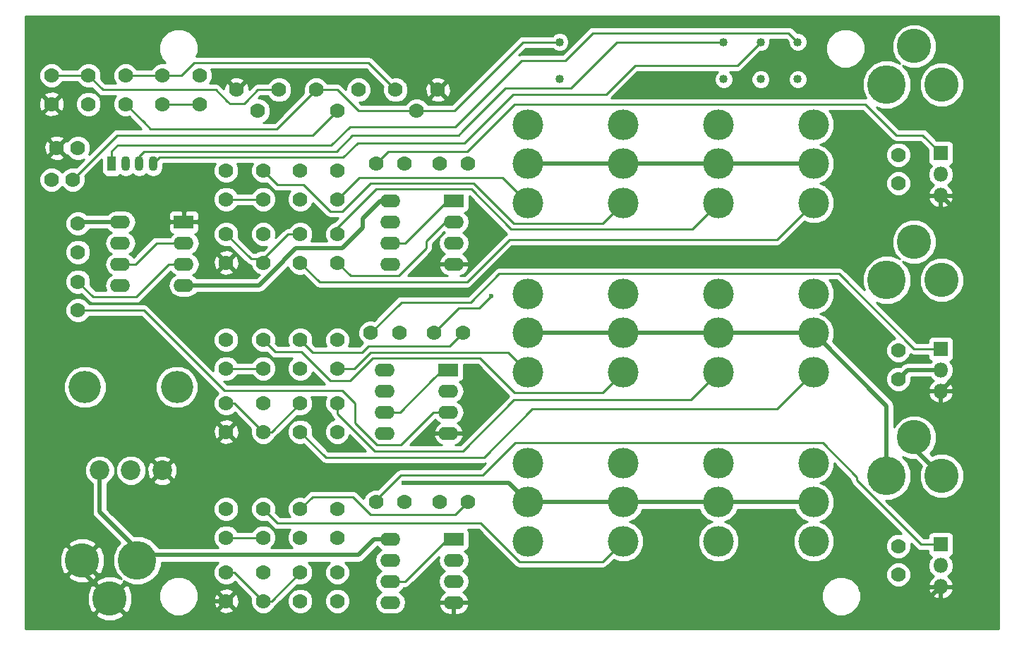
<source format=gbr>
G04 #@! TF.FileFunction,Copper,L1,Top,Signal*
%FSLAX46Y46*%
G04 Gerber Fmt 4.6, Leading zero omitted, Abs format (unit mm)*
G04 Created by KiCad (PCBNEW 4.0.6) date 06/23/17 11:54:59*
%MOMM*%
%LPD*%
G01*
G04 APERTURE LIST*
%ADD10C,0.100000*%
%ADD11C,1.778000*%
%ADD12R,1.070000X1.800000*%
%ADD13O,1.070000X1.800000*%
%ADD14R,1.800000X1.800000*%
%ADD15O,1.800000X1.800000*%
%ADD16C,2.362200*%
%ADD17C,3.860800*%
%ADD18C,1.016000*%
%ADD19R,2.400000X1.600000*%
%ADD20O,2.400000X1.600000*%
%ADD21C,4.114800*%
%ADD22C,4.622800*%
%ADD23C,3.683000*%
%ADD24C,0.600000*%
%ADD25C,0.254000*%
%ADD26C,0.508000*%
G04 APERTURE END LIST*
D10*
D11*
X94615000Y-63500000D03*
X92075000Y-63500000D03*
D12*
X98679000Y-65405000D03*
D13*
X100330000Y-65405000D03*
X101981000Y-65405000D03*
X103632000Y-65405000D03*
D11*
X91440000Y-67310000D03*
X93980000Y-67310000D03*
D14*
X198120000Y-64135000D03*
D15*
X198120000Y-66675000D03*
X198120000Y-69215000D03*
D14*
X198120000Y-87630000D03*
D15*
X198120000Y-90170000D03*
X198120000Y-92710000D03*
D14*
X198120000Y-111125000D03*
D15*
X198120000Y-113665000D03*
X198120000Y-116205000D03*
D11*
X125730000Y-69659500D03*
X125730000Y-66230500D03*
X121285000Y-66230500D03*
X121285000Y-69659500D03*
X116840000Y-69659500D03*
X116840000Y-66230500D03*
X112395000Y-66230500D03*
X112395000Y-69659500D03*
X121285000Y-73850500D03*
X121285000Y-77279500D03*
X116840000Y-77279500D03*
X116840000Y-73850500D03*
X112395000Y-73850500D03*
X112395000Y-77279500D03*
X125730000Y-89979500D03*
X125730000Y-86550500D03*
X121285000Y-86550500D03*
X121285000Y-89979500D03*
X116840000Y-89979500D03*
X116840000Y-86550500D03*
X112395000Y-86550500D03*
X112395000Y-89979500D03*
X125730000Y-97599500D03*
X125730000Y-94170500D03*
X121285000Y-94170500D03*
X121285000Y-97599500D03*
X116840000Y-97599500D03*
X116840000Y-94170500D03*
X112395000Y-94170500D03*
X112395000Y-97599500D03*
X125730000Y-110299500D03*
X125730000Y-106870500D03*
X121285000Y-106870500D03*
X121285000Y-110299500D03*
X116840000Y-110299500D03*
X116840000Y-106870500D03*
X112395000Y-106870500D03*
X112395000Y-110299500D03*
X125730000Y-117919500D03*
X125730000Y-114490500D03*
X121285000Y-114490500D03*
X121285000Y-117919500D03*
X116840000Y-117919500D03*
X116840000Y-114490500D03*
X112395000Y-114490500D03*
X112395000Y-117919500D03*
X137985500Y-65405000D03*
X141414500Y-65405000D03*
X137350500Y-85725000D03*
X140779500Y-85725000D03*
X137985500Y-106045000D03*
X141414500Y-106045000D03*
X130365500Y-65405000D03*
X133794500Y-65405000D03*
X129730500Y-85725000D03*
X133159500Y-85725000D03*
X130365500Y-106045000D03*
X133794500Y-106045000D03*
X193040000Y-67754500D03*
X193040000Y-64325500D03*
X193040000Y-91249500D03*
X193040000Y-87820500D03*
X193040000Y-114744500D03*
X193040000Y-111315500D03*
X109220000Y-54800500D03*
X109220000Y-58229500D03*
X104775000Y-58229500D03*
X104775000Y-54800500D03*
X100330000Y-54800500D03*
X100330000Y-58229500D03*
X94615000Y-72580500D03*
X94615000Y-76009500D03*
X94615000Y-82994500D03*
X94615000Y-79565500D03*
X95885000Y-58229500D03*
X95885000Y-54800500D03*
X91440000Y-54800500D03*
X91440000Y-58229500D03*
D16*
X100965000Y-102235000D03*
X97205800Y-102235000D03*
X104724200Y-102235000D03*
D17*
X95453200Y-92227400D03*
X106476800Y-92227400D03*
D18*
X180975000Y-55245000D03*
X176530000Y-55245000D03*
X172085000Y-55245000D03*
X180975000Y-50800000D03*
X176530000Y-50800000D03*
X172085000Y-50800000D03*
X152400000Y-50800000D03*
X152400000Y-55245000D03*
D19*
X139700000Y-69850000D03*
D20*
X132080000Y-77470000D03*
X139700000Y-72390000D03*
X132080000Y-74930000D03*
X139700000Y-74930000D03*
X132080000Y-72390000D03*
X139700000Y-77470000D03*
X132080000Y-69850000D03*
D19*
X139065000Y-90170000D03*
D20*
X131445000Y-97790000D03*
X139065000Y-92710000D03*
X131445000Y-95250000D03*
X139065000Y-95250000D03*
X131445000Y-92710000D03*
X139065000Y-97790000D03*
X131445000Y-90170000D03*
D19*
X139700000Y-110490000D03*
D20*
X132080000Y-118110000D03*
X139700000Y-113030000D03*
X132080000Y-115570000D03*
X139700000Y-115570000D03*
X132080000Y-113030000D03*
X139700000Y-118110000D03*
X132080000Y-110490000D03*
D11*
X116205000Y-59055000D03*
X118745000Y-56515000D03*
X113665000Y-56515000D03*
X125730000Y-59055000D03*
X128270000Y-56515000D03*
X123190000Y-56515000D03*
X135255000Y-59055000D03*
X137795000Y-56515000D03*
X132715000Y-56515000D03*
X125730000Y-77279500D03*
X125730000Y-73850500D03*
D19*
X107315000Y-72390000D03*
D20*
X99695000Y-80010000D03*
X107315000Y-74930000D03*
X99695000Y-77470000D03*
X107315000Y-77470000D03*
X99695000Y-74930000D03*
X107315000Y-80010000D03*
X99695000Y-72390000D03*
D21*
X95123000Y-113030000D03*
D22*
X101727000Y-113030000D03*
D21*
X98425000Y-117627400D03*
X198247000Y-102870000D03*
D22*
X191643000Y-102870000D03*
D21*
X194945000Y-98272600D03*
X198247000Y-79375000D03*
D22*
X191643000Y-79375000D03*
D21*
X194945000Y-74777600D03*
X198247000Y-55880000D03*
D22*
X191643000Y-55880000D03*
D21*
X194945000Y-51282600D03*
D23*
X182880000Y-110744000D03*
X182880000Y-106045000D03*
X182880000Y-101346000D03*
X171450000Y-110744000D03*
X171450000Y-106045000D03*
X171450000Y-101346000D03*
X160020000Y-110744000D03*
X160020000Y-106045000D03*
X160020000Y-101346000D03*
X148590000Y-110744000D03*
X148590000Y-106045000D03*
X148590000Y-101346000D03*
X182880000Y-90424000D03*
X182880000Y-85725000D03*
X182880000Y-81026000D03*
X171450000Y-90424000D03*
X171450000Y-85725000D03*
X171450000Y-81026000D03*
X160020000Y-90424000D03*
X160020000Y-85725000D03*
X160020000Y-81026000D03*
X148590000Y-90424000D03*
X148590000Y-85725000D03*
X148590000Y-81026000D03*
X182880000Y-70104000D03*
X182880000Y-65405000D03*
X182880000Y-60706000D03*
X171450000Y-70104000D03*
X171450000Y-65405000D03*
X171450000Y-60706000D03*
X160020000Y-70104000D03*
X160020000Y-65405000D03*
X160020000Y-60706000D03*
X148590000Y-70104000D03*
X148590000Y-65405000D03*
X148590000Y-60706000D03*
D24*
X133700700Y-103724400D03*
X144221500Y-81301900D03*
D25*
X119316500Y-60388500D02*
X118491000Y-61214000D01*
X102506700Y-60406200D02*
X100330000Y-58229500D01*
X103314500Y-61214000D02*
X102506700Y-60406200D01*
X118491000Y-61214000D02*
X103314500Y-61214000D01*
X123190000Y-56515000D02*
X119316500Y-60388500D01*
X119316500Y-60388500D02*
X119298800Y-60406200D01*
X125730100Y-56515000D02*
X123190000Y-56515000D01*
X128270100Y-59055000D02*
X125730100Y-56515000D01*
X135255000Y-59055000D02*
X128270100Y-59055000D01*
X139745600Y-59055000D02*
X135255000Y-59055000D01*
X148000600Y-50800000D02*
X139745600Y-59055000D01*
X152400000Y-50800000D02*
X148000600Y-50800000D01*
D26*
X112395000Y-117919500D02*
X110934500Y-117919500D01*
X100939600Y-120142000D02*
X98425000Y-117627400D01*
X108712000Y-120142000D02*
X100939600Y-120142000D01*
X110934500Y-117919500D02*
X108712000Y-120142000D01*
X191008000Y-118110000D02*
X187452000Y-114554000D01*
X194564000Y-118110000D02*
X191008000Y-118110000D01*
X139700000Y-118110000D02*
X181102000Y-118110000D01*
X187452000Y-114554000D02*
X184658000Y-114554000D01*
X184658000Y-114554000D02*
X181102000Y-118110000D01*
X198120000Y-69215000D02*
X201052200Y-72147200D01*
X201052200Y-89777800D02*
X198120000Y-92710000D01*
X201052200Y-89777800D02*
X201052200Y-73758700D01*
X201052200Y-72147200D02*
X201052200Y-73758700D01*
X194564000Y-118110000D02*
X196215000Y-118110000D01*
X196215000Y-118110000D02*
X198120000Y-116205000D01*
X139700000Y-118110000D02*
X137788500Y-118110000D01*
X114119300Y-119643800D02*
X112395000Y-117919500D01*
X136254700Y-119643800D02*
X114119300Y-119643800D01*
X137788500Y-118110000D02*
X136254700Y-119643800D01*
X98717100Y-117919500D02*
X98425000Y-117627400D01*
X194603500Y-118110000D02*
X194564000Y-118110000D01*
X103892000Y-70878500D02*
X105403500Y-72390000D01*
X92699000Y-70878500D02*
X103892000Y-70878500D01*
X89793300Y-67972800D02*
X92699000Y-70878500D01*
X89793300Y-65781700D02*
X89793300Y-67972800D01*
X92075000Y-63500000D02*
X89793300Y-65781700D01*
X107315000Y-72390000D02*
X105403500Y-72390000D01*
X95123000Y-114325400D02*
X98425000Y-117627400D01*
X95123000Y-113030000D02*
X95123000Y-114325400D01*
D25*
X124968000Y-63209298D02*
X127217298Y-60960000D01*
X140472100Y-60401600D02*
X139913700Y-60960000D01*
X139913700Y-60960000D02*
X127604300Y-60960000D01*
X179865700Y-49690700D02*
X180975000Y-50800000D01*
X179865700Y-49690700D02*
X156409200Y-49690700D01*
X156409200Y-49690700D02*
X153052100Y-53047800D01*
X153052100Y-53047800D02*
X147825900Y-53047800D01*
X147825900Y-53047800D02*
X140472100Y-60401600D01*
X127217298Y-60960000D02*
X127604300Y-60960000D01*
X99350702Y-63209298D02*
X99314000Y-63246000D01*
X124968000Y-63209298D02*
X99350702Y-63209298D01*
X98679000Y-65405000D02*
X98679000Y-63881000D01*
X98679000Y-63881000D02*
X99314000Y-63246000D01*
D26*
X130168500Y-70612000D02*
X128778000Y-72002500D01*
X130930500Y-69850000D02*
X130168500Y-70612000D01*
X128778000Y-72002500D02*
X128778000Y-73071700D01*
X132080000Y-69850000D02*
X130930500Y-69850000D01*
X160020000Y-106045000D02*
X171450000Y-106045000D01*
X171450000Y-106045000D02*
X182880000Y-106045000D01*
X148590000Y-106045000D02*
X160020000Y-106045000D01*
X94805500Y-72390000D02*
X94615000Y-72580500D01*
X99695000Y-72390000D02*
X94805500Y-72390000D01*
X182880000Y-85725000D02*
X171450000Y-85725000D01*
X171450000Y-85725000D02*
X160020000Y-85725000D01*
X160020000Y-85725000D02*
X148590000Y-85725000D01*
X182880000Y-65405000D02*
X171450000Y-65405000D01*
X171450000Y-65405000D02*
X160020000Y-65405000D01*
X160020000Y-65405000D02*
X148590000Y-65405000D01*
X146269400Y-103724400D02*
X133700700Y-103724400D01*
X148590000Y-106045000D02*
X146269400Y-103724400D01*
X126284700Y-75565000D02*
X128778000Y-73071700D01*
X107315000Y-80010000D02*
X116375100Y-80010000D01*
X116375100Y-80010000D02*
X119278300Y-77106800D01*
X119278300Y-77106800D02*
X119278300Y-77010300D01*
X119278300Y-77010300D02*
X120723600Y-75565000D01*
X120723600Y-75565000D02*
X126284700Y-75565000D01*
X132080000Y-110490000D02*
X130168500Y-110490000D01*
X97205800Y-107226400D02*
X102368200Y-112388800D01*
X97205800Y-102235000D02*
X97205800Y-107226400D01*
X128269700Y-112388800D02*
X102368200Y-112388800D01*
X130168500Y-110490000D02*
X128269700Y-112388800D01*
X102368200Y-112388800D02*
X101727000Y-113030000D01*
X191643000Y-94488000D02*
X182880000Y-85725000D01*
X191643000Y-102870000D02*
X191643000Y-94488000D01*
D25*
X127551300Y-62019300D02*
X127594600Y-61976000D01*
X140259000Y-61976000D02*
X140735500Y-61499500D01*
X127594600Y-61976000D02*
X140259000Y-61976000D01*
X101981000Y-65405000D02*
X101981000Y-64516000D01*
X101981000Y-64516000D02*
X102576500Y-63920500D01*
X102576500Y-63920500D02*
X103973500Y-63920500D01*
X159278400Y-50800000D02*
X172085000Y-50800000D01*
X140735500Y-61499500D02*
X145897500Y-56337500D01*
X145897500Y-56337500D02*
X153740900Y-56337500D01*
X153740900Y-56337500D02*
X159278400Y-50800000D01*
X125650100Y-63920500D02*
X127551300Y-62019300D01*
X103973500Y-63920500D02*
X125650100Y-63920500D01*
X103632000Y-65405000D02*
X104404900Y-64632100D01*
X105674900Y-64632100D02*
X126447700Y-64632100D01*
X126447700Y-64632100D02*
X128161500Y-62918300D01*
X128161500Y-62918300D02*
X140984200Y-62918300D01*
X140984200Y-62918300D02*
X146845500Y-57057000D01*
X146845500Y-57057000D02*
X157978900Y-57057000D01*
X157978900Y-57057000D02*
X161431400Y-53604500D01*
X161431400Y-53604500D02*
X173725500Y-53604500D01*
X173725500Y-53604500D02*
X176530000Y-50800000D01*
X104404900Y-64632100D02*
X105674900Y-64632100D01*
X114821600Y-57898500D02*
X114554100Y-58166000D01*
X95885000Y-54800500D02*
X97599500Y-56515000D01*
X97599500Y-56515000D02*
X111175700Y-56515000D01*
X111175700Y-56515000D02*
X112559200Y-57898500D01*
X114821600Y-57898500D02*
X116205100Y-56515000D01*
X116205100Y-56515000D02*
X118745000Y-56515000D01*
X112826700Y-58166000D02*
X112559200Y-57898500D01*
X114554100Y-58166000D02*
X112826700Y-58166000D01*
X91440000Y-54800500D02*
X95885000Y-54800500D01*
X123597700Y-61187300D02*
X122809000Y-61976000D01*
X122809000Y-61976000D02*
X99314000Y-61976000D01*
X99314000Y-61976000D02*
X93980000Y-67310000D01*
X125730000Y-59055000D02*
X123597700Y-61187300D01*
D26*
X194119500Y-90170000D02*
X198120000Y-90170000D01*
X193040000Y-91249500D02*
X194119500Y-90170000D01*
X194945000Y-99568000D02*
X194945000Y-98272600D01*
X198247000Y-102870000D02*
X194945000Y-99568000D01*
D25*
X198120000Y-64135000D02*
X195961000Y-61976000D01*
X195961000Y-61976000D02*
X192774400Y-61976000D01*
X189078300Y-58279900D02*
X192774400Y-61976000D01*
X146973700Y-58279900D02*
X189078300Y-58279900D01*
X141322200Y-63931400D02*
X146973700Y-58279900D01*
X131839100Y-63931400D02*
X141322200Y-63931400D01*
X130365500Y-65405000D02*
X131839100Y-63931400D01*
X194933500Y-87630000D02*
X198120000Y-87630000D01*
X185903400Y-78599900D02*
X194933500Y-87630000D01*
X145139200Y-78599900D02*
X185903400Y-78599900D01*
X141705800Y-82033300D02*
X145139200Y-78599900D01*
X133422200Y-82033300D02*
X141705800Y-82033300D01*
X129730500Y-85725000D02*
X133422200Y-82033300D01*
X130365500Y-105808800D02*
X130365500Y-106045000D01*
X133334400Y-102839900D02*
X130365500Y-105808800D01*
X143160800Y-102839900D02*
X133334400Y-102839900D01*
X147080700Y-98920000D02*
X143160800Y-102839900D01*
X183951400Y-98920000D02*
X147080700Y-98920000D01*
X188072500Y-103041100D02*
X183951400Y-98920000D01*
X188072500Y-103423300D02*
X188072500Y-103041100D01*
X195774200Y-111125000D02*
X188072500Y-103423300D01*
X198120000Y-111125000D02*
X195774200Y-111125000D01*
X104775000Y-54800500D02*
X106997500Y-54800500D01*
X106997500Y-54800500D02*
X108509200Y-53288800D01*
X100330000Y-54800500D02*
X104775000Y-54800500D01*
X129488800Y-53288800D02*
X132715000Y-56515000D01*
X108509200Y-53288800D02*
X129488800Y-53288800D01*
X128354300Y-67035200D02*
X125730000Y-69659500D01*
X145521200Y-67035200D02*
X128354300Y-67035200D01*
X148590000Y-70104000D02*
X145521200Y-67035200D01*
X139700000Y-72390000D02*
X138684000Y-72390000D01*
X138684000Y-72390000D02*
X136398000Y-74676000D01*
X136398000Y-74676000D02*
X136398000Y-75540600D01*
X116840000Y-76817400D02*
X116840000Y-77279500D01*
X119806900Y-73850500D02*
X116840000Y-76817400D01*
X121285000Y-73850500D02*
X119806900Y-73850500D01*
X115361900Y-76817400D02*
X112395000Y-73850500D01*
X116840000Y-76817400D02*
X115361900Y-76817400D01*
X127315300Y-78864800D02*
X125730000Y-77279500D01*
X133073800Y-78864800D02*
X127315300Y-78864800D01*
X136398000Y-75540600D02*
X133073800Y-78864800D01*
X116840000Y-69659500D02*
X112395000Y-69659500D01*
X157563800Y-72560200D02*
X160020000Y-70104000D01*
X146893300Y-72560200D02*
X157563800Y-72560200D01*
X142079900Y-67746800D02*
X146893300Y-72560200D01*
X129726700Y-67746800D02*
X142079900Y-67746800D01*
X126329000Y-71144500D02*
X129726700Y-67746800D01*
X124858800Y-71144500D02*
X126329000Y-71144500D01*
X121659300Y-67945000D02*
X124858800Y-71144500D01*
X118554500Y-67945000D02*
X121659300Y-67945000D01*
X116840000Y-66230500D02*
X118554500Y-67945000D01*
X168282200Y-73271800D02*
X171450000Y-70104000D01*
X146588300Y-73271800D02*
X168282200Y-73271800D01*
X141781900Y-68465400D02*
X146588300Y-73271800D01*
X130349300Y-68465400D02*
X141781900Y-68465400D01*
X125730000Y-73084700D02*
X130349300Y-68465400D01*
X125730000Y-73850500D02*
X125730000Y-73084700D01*
X178451000Y-74533000D02*
X182880000Y-70104000D01*
X146372000Y-74533000D02*
X178451000Y-74533000D01*
X141315800Y-79589200D02*
X146372000Y-74533000D01*
X123594700Y-79589200D02*
X141315800Y-79589200D01*
X121285000Y-77279500D02*
X123594700Y-79589200D01*
X146239800Y-88073800D02*
X148590000Y-90424000D01*
X129677400Y-88073800D02*
X146239800Y-88073800D01*
X127771700Y-89979500D02*
X129677400Y-88073800D01*
X125730000Y-89979500D02*
X127771700Y-89979500D01*
X122764100Y-88029600D02*
X121285000Y-86550500D01*
X128715300Y-88029600D02*
X122764100Y-88029600D01*
X129426700Y-87318200D02*
X128715300Y-88029600D01*
X139186300Y-87318200D02*
X129426700Y-87318200D01*
X140779500Y-85725000D02*
X139186300Y-87318200D01*
X117856000Y-97599500D02*
X116840000Y-97599500D01*
X121285000Y-94170500D02*
X117856000Y-97599500D01*
X113411000Y-94170500D02*
X112395000Y-94170500D01*
X116840000Y-97599500D02*
X113411000Y-94170500D01*
X116840000Y-89979500D02*
X112395000Y-89979500D01*
X157540300Y-92903700D02*
X160020000Y-90424000D01*
X146995100Y-92903700D02*
X157540300Y-92903700D01*
X142876800Y-88785400D02*
X146995100Y-92903700D01*
X129972000Y-88785400D02*
X142876800Y-88785400D01*
X127274200Y-91483200D02*
X129972000Y-88785400D01*
X124914100Y-91483200D02*
X127274200Y-91483200D01*
X121455000Y-88024100D02*
X124914100Y-91483200D01*
X118313600Y-88024100D02*
X121455000Y-88024100D01*
X116840000Y-86550500D02*
X118313600Y-88024100D01*
X168126600Y-93747400D02*
X171450000Y-90424000D01*
X146918300Y-93747400D02*
X168126600Y-93747400D01*
X140766000Y-99899700D02*
X146918300Y-93747400D01*
X130187500Y-99899700D02*
X140766000Y-99899700D01*
X125730000Y-95442200D02*
X130187500Y-99899700D01*
X125730000Y-94170500D02*
X125730000Y-95442200D01*
X178450900Y-94853100D02*
X182880000Y-90424000D01*
X149130400Y-94853100D02*
X178450900Y-94853100D01*
X143317400Y-100666100D02*
X149130400Y-94853100D01*
X124351600Y-100666100D02*
X143317400Y-100666100D01*
X121285000Y-97599500D02*
X124351600Y-100666100D01*
X117856000Y-117919500D02*
X116840000Y-117919500D01*
X121285000Y-114490500D02*
X117856000Y-117919500D01*
X113411000Y-114490500D02*
X112395000Y-114490500D01*
X116840000Y-117919500D02*
X113411000Y-114490500D01*
X122758700Y-105396800D02*
X121285000Y-106870500D01*
X127585100Y-105396800D02*
X122758700Y-105396800D01*
X129747400Y-107559100D02*
X127585100Y-105396800D01*
X139900400Y-107559100D02*
X129747400Y-107559100D01*
X141414500Y-106045000D02*
X139900400Y-107559100D01*
X116840000Y-110299500D02*
X112395000Y-110299500D01*
X118554500Y-108585000D02*
X116840000Y-106870500D01*
X142940600Y-108585000D02*
X118554500Y-108585000D01*
X147540800Y-113185200D02*
X142940600Y-108585000D01*
X157578800Y-113185200D02*
X147540800Y-113185200D01*
X160020000Y-110744000D02*
X157578800Y-113185200D01*
X138944500Y-69850000D02*
X137915500Y-70879000D01*
X133864500Y-74930000D02*
X132080000Y-74930000D01*
X133864500Y-74930000D02*
X137915500Y-70879000D01*
X138944500Y-69850000D02*
X139700000Y-69850000D01*
X138309500Y-90170000D02*
X137280500Y-91199000D01*
X133229500Y-95250000D02*
X131445000Y-95250000D01*
X133229500Y-95250000D02*
X137280500Y-91199000D01*
X138309500Y-90170000D02*
X139065000Y-90170000D01*
X140330600Y-82744900D02*
X137350500Y-85725000D01*
X142778500Y-82744900D02*
X140330600Y-82744900D01*
X144221500Y-81301900D02*
X142778500Y-82744900D01*
X139700000Y-110490000D02*
X138944500Y-110490000D01*
X138944500Y-110490000D02*
X137915500Y-111519000D01*
X132080000Y-115570000D02*
X133864500Y-115570000D01*
X133864500Y-115570000D02*
X137915500Y-111519000D01*
X109220000Y-58229500D02*
X104775000Y-58229500D01*
X139065000Y-95250000D02*
X137280500Y-95250000D01*
X102523900Y-82994500D02*
X94615000Y-82994500D01*
X112170500Y-92641100D02*
X102523900Y-82994500D01*
X126344100Y-92641100D02*
X112170500Y-92641100D01*
X127852100Y-94149100D02*
X126344100Y-92641100D01*
X127852100Y-96558000D02*
X127852100Y-94149100D01*
X130478600Y-99184500D02*
X127852100Y-96558000D01*
X133346000Y-99184500D02*
X130478600Y-99184500D01*
X137280500Y-95250000D02*
X133346000Y-99184500D01*
X96448200Y-81398700D02*
X94615000Y-79565500D01*
X101601800Y-81398700D02*
X96448200Y-81398700D01*
X105530500Y-77470000D02*
X101601800Y-81398700D01*
X107315000Y-77470000D02*
X105530500Y-77470000D01*
X104019500Y-74930000D02*
X107315000Y-74930000D01*
X101479500Y-77470000D02*
X104019500Y-74930000D01*
X99695000Y-77470000D02*
X101479500Y-77470000D01*
G36*
X205055000Y-121235000D02*
X88315000Y-121235000D01*
X88315000Y-119543855D01*
X96688150Y-119543855D01*
X96915915Y-119920542D01*
X97908335Y-120323489D01*
X98979412Y-120315980D01*
X99934085Y-119920542D01*
X100161850Y-119543855D01*
X98425000Y-117807005D01*
X96688150Y-119543855D01*
X88315000Y-119543855D01*
X88315000Y-117110735D01*
X95728911Y-117110735D01*
X95736420Y-118181812D01*
X96131858Y-119136485D01*
X96508545Y-119364250D01*
X98245395Y-117627400D01*
X98604605Y-117627400D01*
X100341455Y-119364250D01*
X100718142Y-119136485D01*
X101121089Y-118144065D01*
X101118771Y-117813294D01*
X104330093Y-117813294D01*
X104687030Y-118677146D01*
X105347378Y-119338647D01*
X106210605Y-119697091D01*
X107145294Y-119697907D01*
X108009146Y-119340970D01*
X108359029Y-118991696D01*
X111502409Y-118991696D01*
X111587467Y-119247039D01*
X112156965Y-119455016D01*
X112762700Y-119429223D01*
X113202533Y-119247039D01*
X113287591Y-118991696D01*
X112395000Y-118099105D01*
X111502409Y-118991696D01*
X108359029Y-118991696D01*
X108670647Y-118680622D01*
X109029091Y-117817395D01*
X109029209Y-117681465D01*
X110859484Y-117681465D01*
X110885277Y-118287200D01*
X111067461Y-118727033D01*
X111322804Y-118812091D01*
X112215395Y-117919500D01*
X112574605Y-117919500D01*
X113467196Y-118812091D01*
X113722539Y-118727033D01*
X113930516Y-118157535D01*
X113904723Y-117551800D01*
X113722539Y-117111967D01*
X113467196Y-117026909D01*
X112574605Y-117919500D01*
X112215395Y-117919500D01*
X111322804Y-117026909D01*
X111067461Y-117111967D01*
X110859484Y-117681465D01*
X109029209Y-117681465D01*
X109029907Y-116882706D01*
X109015280Y-116847304D01*
X111502409Y-116847304D01*
X112395000Y-117739895D01*
X113287591Y-116847304D01*
X113202533Y-116591961D01*
X112633035Y-116383984D01*
X112027300Y-116409777D01*
X111587467Y-116591961D01*
X111502409Y-116847304D01*
X109015280Y-116847304D01*
X108672970Y-116018854D01*
X108012622Y-115357353D01*
X107149395Y-114998909D01*
X106214706Y-114998093D01*
X105350854Y-115355030D01*
X104689353Y-116015378D01*
X104330909Y-116878605D01*
X104330093Y-117813294D01*
X101118771Y-117813294D01*
X101113580Y-117072988D01*
X100718142Y-116118315D01*
X100341455Y-115890550D01*
X98604605Y-117627400D01*
X98245395Y-117627400D01*
X96508545Y-115890550D01*
X96131858Y-116118315D01*
X95728911Y-117110735D01*
X88315000Y-117110735D01*
X88315000Y-114946455D01*
X93386150Y-114946455D01*
X93613915Y-115323142D01*
X94606335Y-115726089D01*
X95677412Y-115718580D01*
X96632085Y-115323142D01*
X96859850Y-114946455D01*
X95123000Y-113209605D01*
X93386150Y-114946455D01*
X88315000Y-114946455D01*
X88315000Y-112513335D01*
X92426911Y-112513335D01*
X92434420Y-113584412D01*
X92829858Y-114539085D01*
X93206545Y-114766850D01*
X94943395Y-113030000D01*
X95302605Y-113030000D01*
X97039455Y-114766850D01*
X97416142Y-114539085D01*
X97819089Y-113546665D01*
X97811580Y-112475588D01*
X97416142Y-111520915D01*
X97039455Y-111293150D01*
X95302605Y-113030000D01*
X94943395Y-113030000D01*
X93206545Y-111293150D01*
X92829858Y-111520915D01*
X92426911Y-112513335D01*
X88315000Y-112513335D01*
X88315000Y-111113545D01*
X93386150Y-111113545D01*
X95123000Y-112850395D01*
X96859850Y-111113545D01*
X96632085Y-110736858D01*
X95639665Y-110333911D01*
X94568588Y-110341420D01*
X93613915Y-110736858D01*
X93386150Y-111113545D01*
X88315000Y-111113545D01*
X88315000Y-98671696D01*
X111502409Y-98671696D01*
X111587467Y-98927039D01*
X112156965Y-99135016D01*
X112762700Y-99109223D01*
X113202533Y-98927039D01*
X113287591Y-98671696D01*
X112395000Y-97779105D01*
X111502409Y-98671696D01*
X88315000Y-98671696D01*
X88315000Y-97361465D01*
X110859484Y-97361465D01*
X110885277Y-97967200D01*
X111067461Y-98407033D01*
X111322804Y-98492091D01*
X112215395Y-97599500D01*
X112574605Y-97599500D01*
X113467196Y-98492091D01*
X113722539Y-98407033D01*
X113930516Y-97837535D01*
X113904723Y-97231800D01*
X113722539Y-96791967D01*
X113467196Y-96706909D01*
X112574605Y-97599500D01*
X112215395Y-97599500D01*
X111322804Y-96706909D01*
X111067461Y-96791967D01*
X110859484Y-97361465D01*
X88315000Y-97361465D01*
X88315000Y-96527304D01*
X111502409Y-96527304D01*
X112395000Y-97419895D01*
X113287591Y-96527304D01*
X113202533Y-96271961D01*
X112633035Y-96063984D01*
X112027300Y-96089777D01*
X111587467Y-96271961D01*
X111502409Y-96527304D01*
X88315000Y-96527304D01*
X88315000Y-92735451D01*
X92887356Y-92735451D01*
X93277092Y-93678684D01*
X93998120Y-94400972D01*
X94940672Y-94792354D01*
X95961251Y-94793244D01*
X96904484Y-94403508D01*
X97626772Y-93682480D01*
X98018154Y-92739928D01*
X98018157Y-92735451D01*
X103910956Y-92735451D01*
X104300692Y-93678684D01*
X105021720Y-94400972D01*
X105964272Y-94792354D01*
X106984851Y-94793244D01*
X107928084Y-94403508D01*
X108650372Y-93682480D01*
X109041754Y-92739928D01*
X109042644Y-91719349D01*
X108652908Y-90776116D01*
X107931880Y-90053828D01*
X106989328Y-89662446D01*
X105968749Y-89661556D01*
X105025516Y-90051292D01*
X104303228Y-90772320D01*
X103911846Y-91714872D01*
X103910956Y-92735451D01*
X98018157Y-92735451D01*
X98019044Y-91719349D01*
X97629308Y-90776116D01*
X96908280Y-90053828D01*
X95965728Y-89662446D01*
X94945149Y-89661556D01*
X94001916Y-90051292D01*
X93279628Y-90772320D01*
X92888246Y-91714872D01*
X92887356Y-92735451D01*
X88315000Y-92735451D01*
X88315000Y-83296312D01*
X93090736Y-83296312D01*
X93322262Y-83856649D01*
X93750596Y-84285731D01*
X94310528Y-84518235D01*
X94916812Y-84518764D01*
X95477149Y-84287238D01*
X95906231Y-83858904D01*
X95948753Y-83756500D01*
X102208270Y-83756500D01*
X111431102Y-92979333D01*
X111103769Y-93306096D01*
X110871265Y-93866028D01*
X110870736Y-94472312D01*
X111102262Y-95032649D01*
X111530596Y-95461731D01*
X112090528Y-95694235D01*
X112696812Y-95694764D01*
X113257149Y-95463238D01*
X113441789Y-95278920D01*
X115357820Y-97194951D01*
X115316265Y-97295028D01*
X115315736Y-97901312D01*
X115547262Y-98461649D01*
X115975596Y-98890731D01*
X116535528Y-99123235D01*
X117141812Y-99123764D01*
X117702149Y-98892238D01*
X118131231Y-98463904D01*
X118217127Y-98257042D01*
X118394815Y-98138315D01*
X120880451Y-95652680D01*
X120980528Y-95694235D01*
X121586812Y-95694764D01*
X122147149Y-95463238D01*
X122576231Y-95034904D01*
X122808735Y-94474972D01*
X122809264Y-93868688D01*
X122616887Y-93403100D01*
X124398489Y-93403100D01*
X124206265Y-93866028D01*
X124205736Y-94472312D01*
X124437262Y-95032649D01*
X124865596Y-95461731D01*
X124981454Y-95509840D01*
X125026004Y-95733805D01*
X125069667Y-95799151D01*
X125191185Y-95981015D01*
X125327153Y-96116983D01*
X124867851Y-96306762D01*
X124438769Y-96735096D01*
X124206265Y-97295028D01*
X124205736Y-97901312D01*
X124437262Y-98461649D01*
X124865596Y-98890731D01*
X125425528Y-99123235D01*
X126031812Y-99123764D01*
X126592149Y-98892238D01*
X127021231Y-98463904D01*
X127212778Y-98002608D01*
X129114270Y-99904100D01*
X124667231Y-99904100D01*
X122767179Y-98004049D01*
X122808735Y-97903972D01*
X122809264Y-97297688D01*
X122577738Y-96737351D01*
X122149404Y-96308269D01*
X121589472Y-96075765D01*
X120983188Y-96075236D01*
X120422851Y-96306762D01*
X119993769Y-96735096D01*
X119761265Y-97295028D01*
X119760736Y-97901312D01*
X119992262Y-98461649D01*
X120420596Y-98890731D01*
X120980528Y-99123235D01*
X121586812Y-99123764D01*
X121689291Y-99081421D01*
X123812784Y-101204915D01*
X124019274Y-101342887D01*
X124059995Y-101370096D01*
X124351600Y-101428100D01*
X143317400Y-101428100D01*
X143539061Y-101384009D01*
X142845170Y-102077900D01*
X133334400Y-102077900D01*
X133042795Y-102135904D01*
X132943777Y-102202066D01*
X132795585Y-102301084D01*
X130575487Y-104521183D01*
X130063688Y-104520736D01*
X129503351Y-104752262D01*
X129074269Y-105180596D01*
X128890087Y-105624157D01*
X128123915Y-104857985D01*
X127967945Y-104753769D01*
X127876705Y-104692804D01*
X127585100Y-104634800D01*
X122758700Y-104634800D01*
X122467096Y-104692803D01*
X122219885Y-104857984D01*
X121689549Y-105388321D01*
X121589472Y-105346765D01*
X120983188Y-105346236D01*
X120422851Y-105577762D01*
X119993769Y-106006096D01*
X119761265Y-106566028D01*
X119760736Y-107172312D01*
X119992262Y-107732649D01*
X120082455Y-107823000D01*
X118870130Y-107823000D01*
X118322179Y-107275049D01*
X118363735Y-107174972D01*
X118364264Y-106568688D01*
X118132738Y-106008351D01*
X117704404Y-105579269D01*
X117144472Y-105346765D01*
X116538188Y-105346236D01*
X115977851Y-105577762D01*
X115548769Y-106006096D01*
X115316265Y-106566028D01*
X115315736Y-107172312D01*
X115547262Y-107732649D01*
X115975596Y-108161731D01*
X116535528Y-108394235D01*
X117141812Y-108394764D01*
X117244291Y-108352421D01*
X118015685Y-109123815D01*
X118262895Y-109288996D01*
X118554500Y-109347000D01*
X120082019Y-109347000D01*
X119993769Y-109435096D01*
X119761265Y-109995028D01*
X119760736Y-110601312D01*
X119992262Y-111161649D01*
X120329824Y-111499800D01*
X117794748Y-111499800D01*
X118131231Y-111163904D01*
X118363735Y-110603972D01*
X118364264Y-109997688D01*
X118132738Y-109437351D01*
X117704404Y-109008269D01*
X117144472Y-108775765D01*
X116538188Y-108775236D01*
X115977851Y-109006762D01*
X115548769Y-109435096D01*
X115506247Y-109537500D01*
X113729119Y-109537500D01*
X113687738Y-109437351D01*
X113259404Y-109008269D01*
X112699472Y-108775765D01*
X112093188Y-108775236D01*
X111532851Y-109006762D01*
X111103769Y-109435096D01*
X110871265Y-109995028D01*
X110870736Y-110601312D01*
X111102262Y-111161649D01*
X111439824Y-111499800D01*
X104282744Y-111499800D01*
X104226293Y-111363179D01*
X103398180Y-110533620D01*
X102315646Y-110084113D01*
X101319880Y-110083244D01*
X98408948Y-107172312D01*
X110870736Y-107172312D01*
X111102262Y-107732649D01*
X111530596Y-108161731D01*
X112090528Y-108394235D01*
X112696812Y-108394764D01*
X113257149Y-108163238D01*
X113686231Y-107734904D01*
X113918735Y-107174972D01*
X113919264Y-106568688D01*
X113687738Y-106008351D01*
X113259404Y-105579269D01*
X112699472Y-105346765D01*
X112093188Y-105346236D01*
X111532851Y-105577762D01*
X111103769Y-106006096D01*
X110871265Y-106566028D01*
X110870736Y-107172312D01*
X98408948Y-107172312D01*
X98094800Y-106858164D01*
X98094800Y-103832696D01*
X98233194Y-103775513D01*
X98744517Y-103265081D01*
X99021585Y-102597830D01*
X99021587Y-102594660D01*
X99148585Y-102594660D01*
X99424487Y-103262394D01*
X99934919Y-103773717D01*
X100602170Y-104050785D01*
X101324660Y-104051415D01*
X101992394Y-103775513D01*
X102249843Y-103518512D01*
X103620293Y-103518512D01*
X103741118Y-103804162D01*
X104416442Y-104060926D01*
X105138620Y-104039710D01*
X105707282Y-103804162D01*
X105828107Y-103518512D01*
X104724200Y-102414605D01*
X103620293Y-103518512D01*
X102249843Y-103518512D01*
X102503717Y-103265081D01*
X102780785Y-102597830D01*
X102781369Y-101927242D01*
X102898274Y-101927242D01*
X102919490Y-102649420D01*
X103155038Y-103218082D01*
X103440688Y-103338907D01*
X104544595Y-102235000D01*
X104903805Y-102235000D01*
X106007712Y-103338907D01*
X106293362Y-103218082D01*
X106550126Y-102542758D01*
X106528910Y-101820580D01*
X106293362Y-101251918D01*
X106007712Y-101131093D01*
X104903805Y-102235000D01*
X104544595Y-102235000D01*
X103440688Y-101131093D01*
X103155038Y-101251918D01*
X102898274Y-101927242D01*
X102781369Y-101927242D01*
X102781415Y-101875340D01*
X102505513Y-101207606D01*
X102249842Y-100951488D01*
X103620293Y-100951488D01*
X104724200Y-102055395D01*
X105828107Y-100951488D01*
X105707282Y-100665838D01*
X105031958Y-100409074D01*
X104309780Y-100430290D01*
X103741118Y-100665838D01*
X103620293Y-100951488D01*
X102249842Y-100951488D01*
X101995081Y-100696283D01*
X101327830Y-100419215D01*
X100605340Y-100418585D01*
X99937606Y-100694487D01*
X99426283Y-101204919D01*
X99149215Y-101872170D01*
X99148585Y-102594660D01*
X99021587Y-102594660D01*
X99022215Y-101875340D01*
X98746313Y-101207606D01*
X98235881Y-100696283D01*
X97568630Y-100419215D01*
X96846140Y-100418585D01*
X96178406Y-100694487D01*
X95667083Y-101204919D01*
X95390015Y-101872170D01*
X95389385Y-102594660D01*
X95665287Y-103262394D01*
X96175719Y-103773717D01*
X96316800Y-103832299D01*
X96316800Y-107226400D01*
X96384471Y-107566606D01*
X96555788Y-107823000D01*
X96577182Y-107855018D01*
X99656173Y-110934009D01*
X99230620Y-111358820D01*
X98781113Y-112441354D01*
X98780090Y-113613504D01*
X99227707Y-114696821D01*
X99816288Y-115286429D01*
X98941665Y-114931311D01*
X97870588Y-114938820D01*
X96915915Y-115334258D01*
X96688150Y-115710945D01*
X98425000Y-117447795D01*
X100161850Y-115710945D01*
X100041699Y-115512234D01*
X100055820Y-115526380D01*
X101138354Y-115975887D01*
X102310504Y-115976910D01*
X103393821Y-115529293D01*
X104223380Y-114701180D01*
X104672887Y-113618646D01*
X104673184Y-113277800D01*
X111452673Y-113277800D01*
X111103769Y-113626096D01*
X110871265Y-114186028D01*
X110870736Y-114792312D01*
X111102262Y-115352649D01*
X111530596Y-115781731D01*
X112090528Y-116014235D01*
X112696812Y-116014764D01*
X113257149Y-115783238D01*
X113441789Y-115598920D01*
X115357820Y-117514951D01*
X115316265Y-117615028D01*
X115315736Y-118221312D01*
X115547262Y-118781649D01*
X115975596Y-119210731D01*
X116535528Y-119443235D01*
X117141812Y-119443764D01*
X117702149Y-119212238D01*
X118131231Y-118783904D01*
X118217127Y-118577042D01*
X118394815Y-118458315D01*
X118631818Y-118221312D01*
X119760736Y-118221312D01*
X119992262Y-118781649D01*
X120420596Y-119210731D01*
X120980528Y-119443235D01*
X121586812Y-119443764D01*
X122147149Y-119212238D01*
X122576231Y-118783904D01*
X122808735Y-118223972D01*
X122808737Y-118221312D01*
X124205736Y-118221312D01*
X124437262Y-118781649D01*
X124865596Y-119210731D01*
X125425528Y-119443235D01*
X126031812Y-119443764D01*
X126592149Y-119212238D01*
X127021231Y-118783904D01*
X127253735Y-118223972D01*
X127254264Y-117617688D01*
X127022738Y-117057351D01*
X126594404Y-116628269D01*
X126034472Y-116395765D01*
X125428188Y-116395236D01*
X124867851Y-116626762D01*
X124438769Y-117055096D01*
X124206265Y-117615028D01*
X124205736Y-118221312D01*
X122808737Y-118221312D01*
X122809264Y-117617688D01*
X122577738Y-117057351D01*
X122149404Y-116628269D01*
X121589472Y-116395765D01*
X120983188Y-116395236D01*
X120422851Y-116626762D01*
X119993769Y-117055096D01*
X119761265Y-117615028D01*
X119760736Y-118221312D01*
X118631818Y-118221312D01*
X120880451Y-115972680D01*
X120980528Y-116014235D01*
X121586812Y-116014764D01*
X122147149Y-115783238D01*
X122576231Y-115354904D01*
X122808735Y-114794972D01*
X122809264Y-114188688D01*
X122577738Y-113628351D01*
X122227798Y-113277800D01*
X124787673Y-113277800D01*
X124438769Y-113626096D01*
X124206265Y-114186028D01*
X124205736Y-114792312D01*
X124437262Y-115352649D01*
X124865596Y-115781731D01*
X125425528Y-116014235D01*
X126031812Y-116014764D01*
X126592149Y-115783238D01*
X127021231Y-115354904D01*
X127253735Y-114794972D01*
X127254264Y-114188688D01*
X127022738Y-113628351D01*
X126672798Y-113277800D01*
X128269700Y-113277800D01*
X128609906Y-113210129D01*
X128898318Y-113017418D01*
X130536736Y-111379000D01*
X130545363Y-111379000D01*
X130629352Y-111504698D01*
X131011438Y-111760000D01*
X130629352Y-112015302D01*
X130318283Y-112480849D01*
X130209050Y-113030000D01*
X130318283Y-113579151D01*
X130629352Y-114044698D01*
X131011438Y-114300000D01*
X130629352Y-114555302D01*
X130318283Y-115020849D01*
X130209050Y-115570000D01*
X130318283Y-116119151D01*
X130629352Y-116584698D01*
X131011438Y-116840000D01*
X130629352Y-117095302D01*
X130318283Y-117560849D01*
X130209050Y-118110000D01*
X130318283Y-118659151D01*
X130629352Y-119124698D01*
X131094899Y-119435767D01*
X131644050Y-119545000D01*
X132515950Y-119545000D01*
X133065101Y-119435767D01*
X133530648Y-119124698D01*
X133841717Y-118659151D01*
X133881521Y-118459039D01*
X137908096Y-118459039D01*
X137925633Y-118541819D01*
X138195500Y-119034896D01*
X138633517Y-119387166D01*
X139173000Y-119545000D01*
X139573000Y-119545000D01*
X139573000Y-118237000D01*
X139827000Y-118237000D01*
X139827000Y-119545000D01*
X140227000Y-119545000D01*
X140766483Y-119387166D01*
X141204500Y-119034896D01*
X141474367Y-118541819D01*
X141491904Y-118459039D01*
X141369915Y-118237000D01*
X139827000Y-118237000D01*
X139573000Y-118237000D01*
X138030085Y-118237000D01*
X137908096Y-118459039D01*
X133881521Y-118459039D01*
X133950950Y-118110000D01*
X133841717Y-117560849D01*
X133530648Y-117095302D01*
X133148562Y-116840000D01*
X133530648Y-116584698D01*
X133699496Y-116332000D01*
X133864500Y-116332000D01*
X134156105Y-116273996D01*
X134403315Y-116108815D01*
X137915191Y-112596939D01*
X137829050Y-113030000D01*
X137938283Y-113579151D01*
X138249352Y-114044698D01*
X138631438Y-114300000D01*
X138249352Y-114555302D01*
X137938283Y-115020849D01*
X137829050Y-115570000D01*
X137938283Y-116119151D01*
X138249352Y-116584698D01*
X138627707Y-116837507D01*
X138195500Y-117185104D01*
X137925633Y-117678181D01*
X137908096Y-117760961D01*
X138030085Y-117983000D01*
X139573000Y-117983000D01*
X139573000Y-117963000D01*
X139827000Y-117963000D01*
X139827000Y-117983000D01*
X141369915Y-117983000D01*
X141463152Y-117813294D01*
X183832093Y-117813294D01*
X184189030Y-118677146D01*
X184849378Y-119338647D01*
X185712605Y-119697091D01*
X186647294Y-119697907D01*
X187511146Y-119340970D01*
X188172647Y-118680622D01*
X188531091Y-117817395D01*
X188531907Y-116882706D01*
X188402593Y-116569742D01*
X196628954Y-116569742D01*
X196882034Y-117112576D01*
X197323583Y-117517240D01*
X197755260Y-117696036D01*
X197993000Y-117575378D01*
X197993000Y-116332000D01*
X198247000Y-116332000D01*
X198247000Y-117575378D01*
X198484740Y-117696036D01*
X198916417Y-117517240D01*
X199357966Y-117112576D01*
X199611046Y-116569742D01*
X199490997Y-116332000D01*
X198247000Y-116332000D01*
X197993000Y-116332000D01*
X196749003Y-116332000D01*
X196628954Y-116569742D01*
X188402593Y-116569742D01*
X188174970Y-116018854D01*
X187514622Y-115357353D01*
X186765554Y-115046312D01*
X191515736Y-115046312D01*
X191747262Y-115606649D01*
X192175596Y-116035731D01*
X192735528Y-116268235D01*
X193341812Y-116268764D01*
X193902149Y-116037238D01*
X194331231Y-115608904D01*
X194563735Y-115048972D01*
X194564264Y-114442688D01*
X194332738Y-113882351D01*
X193904404Y-113453269D01*
X193344472Y-113220765D01*
X192738188Y-113220236D01*
X192177851Y-113451762D01*
X191748769Y-113880096D01*
X191516265Y-114440028D01*
X191515736Y-115046312D01*
X186765554Y-115046312D01*
X186651395Y-114998909D01*
X185716706Y-114998093D01*
X184852854Y-115355030D01*
X184191353Y-116015378D01*
X183832909Y-116878605D01*
X183832093Y-117813294D01*
X141463152Y-117813294D01*
X141491904Y-117760961D01*
X141474367Y-117678181D01*
X141204500Y-117185104D01*
X140772293Y-116837507D01*
X141150648Y-116584698D01*
X141461717Y-116119151D01*
X141570950Y-115570000D01*
X141461717Y-115020849D01*
X141150648Y-114555302D01*
X140768562Y-114300000D01*
X141150648Y-114044698D01*
X141461717Y-113579151D01*
X141570950Y-113030000D01*
X141461717Y-112480849D01*
X141150648Y-112015302D01*
X141004650Y-111917749D01*
X141135317Y-111893162D01*
X141351441Y-111754090D01*
X141496431Y-111541890D01*
X141547440Y-111290000D01*
X141547440Y-109690000D01*
X141503162Y-109454683D01*
X141433870Y-109347000D01*
X142624970Y-109347000D01*
X147001984Y-113724015D01*
X147192523Y-113851329D01*
X147249195Y-113889196D01*
X147540800Y-113947200D01*
X157578800Y-113947200D01*
X157870405Y-113889196D01*
X158117615Y-113724015D01*
X158886701Y-112954929D01*
X159525232Y-113220070D01*
X160510445Y-113220929D01*
X161420992Y-112844699D01*
X162118251Y-112148656D01*
X162496070Y-111238768D01*
X162496929Y-110253555D01*
X162120699Y-109343008D01*
X161424656Y-108645749D01*
X160819215Y-108394348D01*
X161420992Y-108145699D01*
X162118251Y-107449656D01*
X162332370Y-106934000D01*
X169137750Y-106934000D01*
X169349301Y-107445992D01*
X170045344Y-108143251D01*
X170650785Y-108394652D01*
X170049008Y-108643301D01*
X169351749Y-109339344D01*
X168973930Y-110249232D01*
X168973071Y-111234445D01*
X169349301Y-112144992D01*
X170045344Y-112842251D01*
X170955232Y-113220070D01*
X171940445Y-113220929D01*
X172850992Y-112844699D01*
X173548251Y-112148656D01*
X173926070Y-111238768D01*
X173926929Y-110253555D01*
X173550699Y-109343008D01*
X172854656Y-108645749D01*
X172249215Y-108394348D01*
X172850992Y-108145699D01*
X173548251Y-107449656D01*
X173762370Y-106934000D01*
X180567750Y-106934000D01*
X180779301Y-107445992D01*
X181475344Y-108143251D01*
X182080785Y-108394652D01*
X181479008Y-108643301D01*
X180781749Y-109339344D01*
X180403930Y-110249232D01*
X180403071Y-111234445D01*
X180779301Y-112144992D01*
X181475344Y-112842251D01*
X182385232Y-113220070D01*
X183370445Y-113220929D01*
X184280992Y-112844699D01*
X184978251Y-112148656D01*
X185356070Y-111238768D01*
X185356929Y-110253555D01*
X184980699Y-109343008D01*
X184284656Y-108645749D01*
X183679215Y-108394348D01*
X184280992Y-108145699D01*
X184978251Y-107449656D01*
X185356070Y-106539768D01*
X185356929Y-105554555D01*
X184980699Y-104644008D01*
X184284656Y-103946749D01*
X183679215Y-103695348D01*
X184280992Y-103446699D01*
X184978251Y-102750656D01*
X185356070Y-101840768D01*
X185356452Y-101402682D01*
X187310500Y-103356731D01*
X187310500Y-103423300D01*
X187368504Y-103714905D01*
X187499664Y-103911199D01*
X187533685Y-103962115D01*
X193376728Y-109805159D01*
X193344472Y-109791765D01*
X192738188Y-109791236D01*
X192177851Y-110022762D01*
X191748769Y-110451096D01*
X191516265Y-111011028D01*
X191515736Y-111617312D01*
X191747262Y-112177649D01*
X192175596Y-112606731D01*
X192735528Y-112839235D01*
X193341812Y-112839764D01*
X193902149Y-112608238D01*
X194331231Y-112179904D01*
X194563735Y-111619972D01*
X194564264Y-111013688D01*
X194549482Y-110977913D01*
X195235385Y-111663816D01*
X195482596Y-111828997D01*
X195774200Y-111887000D01*
X196572560Y-111887000D01*
X196572560Y-112025000D01*
X196616838Y-112260317D01*
X196755910Y-112476441D01*
X196968110Y-112621431D01*
X196984344Y-112624719D01*
X196701845Y-113047509D01*
X196585000Y-113634928D01*
X196585000Y-113695072D01*
X196701845Y-114282491D01*
X197034591Y-114780481D01*
X197272582Y-114939501D01*
X196882034Y-115297424D01*
X196628954Y-115840258D01*
X196749003Y-116078000D01*
X197993000Y-116078000D01*
X197993000Y-116058000D01*
X198247000Y-116058000D01*
X198247000Y-116078000D01*
X199490997Y-116078000D01*
X199611046Y-115840258D01*
X199357966Y-115297424D01*
X198967418Y-114939501D01*
X199205409Y-114780481D01*
X199538155Y-114282491D01*
X199655000Y-113695072D01*
X199655000Y-113634928D01*
X199538155Y-113047509D01*
X199257163Y-112626974D01*
X199471441Y-112489090D01*
X199616431Y-112276890D01*
X199667440Y-112025000D01*
X199667440Y-110225000D01*
X199623162Y-109989683D01*
X199484090Y-109773559D01*
X199271890Y-109628569D01*
X199020000Y-109577560D01*
X197220000Y-109577560D01*
X196984683Y-109621838D01*
X196768559Y-109760910D01*
X196623569Y-109973110D01*
X196572560Y-110225000D01*
X196572560Y-110363000D01*
X196089831Y-110363000D01*
X191543144Y-105816314D01*
X192226504Y-105816910D01*
X193309821Y-105369293D01*
X194139380Y-104541180D01*
X194588887Y-103458646D01*
X194589910Y-102286496D01*
X194142293Y-101203179D01*
X193547922Y-100607770D01*
X194407099Y-100964531D01*
X195084887Y-100965123D01*
X195818192Y-101698428D01*
X195555069Y-102332099D01*
X195554134Y-103403202D01*
X195963164Y-104393130D01*
X196719887Y-105151175D01*
X197709099Y-105561931D01*
X198780202Y-105562866D01*
X199770130Y-105153836D01*
X200528175Y-104397113D01*
X200938931Y-103407901D01*
X200939866Y-102336798D01*
X200530836Y-101346870D01*
X199774113Y-100588825D01*
X198784901Y-100178069D01*
X197713798Y-100177134D01*
X197075224Y-100440988D01*
X196829716Y-100195480D01*
X197226175Y-99799713D01*
X197636931Y-98810501D01*
X197637866Y-97739398D01*
X197228836Y-96749470D01*
X196472113Y-95991425D01*
X195482901Y-95580669D01*
X194411798Y-95579734D01*
X193421870Y-95988764D01*
X192663825Y-96745487D01*
X192532000Y-97062957D01*
X192532000Y-94488000D01*
X192464329Y-94147794D01*
X192271618Y-93859382D01*
X191486978Y-93074742D01*
X196628954Y-93074742D01*
X196882034Y-93617576D01*
X197323583Y-94022240D01*
X197755260Y-94201036D01*
X197993000Y-94080378D01*
X197993000Y-92837000D01*
X198247000Y-92837000D01*
X198247000Y-94080378D01*
X198484740Y-94201036D01*
X198916417Y-94022240D01*
X199357966Y-93617576D01*
X199611046Y-93074742D01*
X199490997Y-92837000D01*
X198247000Y-92837000D01*
X197993000Y-92837000D01*
X196749003Y-92837000D01*
X196628954Y-93074742D01*
X191486978Y-93074742D01*
X185143626Y-86731390D01*
X185356070Y-86219768D01*
X185356929Y-85234555D01*
X184980699Y-84324008D01*
X184284656Y-83626749D01*
X183679215Y-83375348D01*
X184280992Y-83126699D01*
X184978251Y-82430656D01*
X185356070Y-81520768D01*
X185356929Y-80535555D01*
X184980699Y-79625008D01*
X184718050Y-79361900D01*
X185587770Y-79361900D01*
X192585284Y-86359414D01*
X192177851Y-86527762D01*
X191748769Y-86956096D01*
X191516265Y-87516028D01*
X191515736Y-88122312D01*
X191747262Y-88682649D01*
X192175596Y-89111731D01*
X192735528Y-89344235D01*
X193341812Y-89344764D01*
X193902149Y-89113238D01*
X194331231Y-88684904D01*
X194512767Y-88247715D01*
X194641895Y-88333996D01*
X194933500Y-88392000D01*
X196572560Y-88392000D01*
X196572560Y-88530000D01*
X196616838Y-88765317D01*
X196755910Y-88981441D01*
X196968110Y-89126431D01*
X196984344Y-89129719D01*
X196883261Y-89281000D01*
X194119500Y-89281000D01*
X193779295Y-89348670D01*
X193490882Y-89541382D01*
X193306532Y-89725732D01*
X192738188Y-89725236D01*
X192177851Y-89956762D01*
X191748769Y-90385096D01*
X191516265Y-90945028D01*
X191515736Y-91551312D01*
X191747262Y-92111649D01*
X192175596Y-92540731D01*
X192735528Y-92773235D01*
X193341812Y-92773764D01*
X193902149Y-92542238D01*
X194331231Y-92113904D01*
X194563735Y-91553972D01*
X194564167Y-91059000D01*
X196883261Y-91059000D01*
X197034591Y-91285481D01*
X197272582Y-91444501D01*
X196882034Y-91802424D01*
X196628954Y-92345258D01*
X196749003Y-92583000D01*
X197993000Y-92583000D01*
X197993000Y-92563000D01*
X198247000Y-92563000D01*
X198247000Y-92583000D01*
X199490997Y-92583000D01*
X199611046Y-92345258D01*
X199357966Y-91802424D01*
X198967418Y-91444501D01*
X199205409Y-91285481D01*
X199538155Y-90787491D01*
X199655000Y-90200072D01*
X199655000Y-90139928D01*
X199538155Y-89552509D01*
X199257163Y-89131974D01*
X199471441Y-88994090D01*
X199616431Y-88781890D01*
X199667440Y-88530000D01*
X199667440Y-86730000D01*
X199623162Y-86494683D01*
X199484090Y-86278559D01*
X199271890Y-86133569D01*
X199020000Y-86082560D01*
X197220000Y-86082560D01*
X196984683Y-86126838D01*
X196768559Y-86265910D01*
X196623569Y-86478110D01*
X196572560Y-86730000D01*
X196572560Y-86868000D01*
X195249130Y-86868000D01*
X190451826Y-82070696D01*
X191054354Y-82320887D01*
X192226504Y-82321910D01*
X193309821Y-81874293D01*
X194139380Y-81046180D01*
X194588887Y-79963646D01*
X194588935Y-79908202D01*
X195554134Y-79908202D01*
X195963164Y-80898130D01*
X196719887Y-81656175D01*
X197709099Y-82066931D01*
X198780202Y-82067866D01*
X199770130Y-81658836D01*
X200528175Y-80902113D01*
X200938931Y-79912901D01*
X200939866Y-78841798D01*
X200530836Y-77851870D01*
X199774113Y-77093825D01*
X198784901Y-76683069D01*
X197713798Y-76682134D01*
X196723870Y-77091164D01*
X195965825Y-77847887D01*
X195555069Y-78837099D01*
X195554134Y-79908202D01*
X194588935Y-79908202D01*
X194589910Y-78791496D01*
X194142293Y-77708179D01*
X193547922Y-77112770D01*
X194407099Y-77469531D01*
X195478202Y-77470466D01*
X196468130Y-77061436D01*
X197226175Y-76304713D01*
X197636931Y-75315501D01*
X197637866Y-74244398D01*
X197228836Y-73254470D01*
X196472113Y-72496425D01*
X195482901Y-72085669D01*
X194411798Y-72084734D01*
X193421870Y-72493764D01*
X192663825Y-73250487D01*
X192253069Y-74239699D01*
X192252134Y-75310802D01*
X192661164Y-76300730D01*
X193184145Y-76824625D01*
X192231646Y-76429113D01*
X191059496Y-76428090D01*
X189976179Y-76875707D01*
X189146620Y-77703820D01*
X188697113Y-78786354D01*
X188696090Y-79958504D01*
X188947082Y-80565952D01*
X186442215Y-78061085D01*
X186412509Y-78041236D01*
X186195005Y-77895904D01*
X185903400Y-77837900D01*
X145139200Y-77837900D01*
X144847595Y-77895904D01*
X144630091Y-78041236D01*
X144600385Y-78061085D01*
X141390170Y-81271300D01*
X133422200Y-81271300D01*
X133130595Y-81329304D01*
X132883384Y-81494485D01*
X130135049Y-84242821D01*
X130034972Y-84201265D01*
X129428688Y-84200736D01*
X128868351Y-84432262D01*
X128439269Y-84860596D01*
X128206765Y-85420528D01*
X128206236Y-86026812D01*
X128437762Y-86587149D01*
X128758661Y-86908608D01*
X128399670Y-87267600D01*
X127082397Y-87267600D01*
X127253735Y-86854972D01*
X127254264Y-86248688D01*
X127022738Y-85688351D01*
X126594404Y-85259269D01*
X126034472Y-85026765D01*
X125428188Y-85026236D01*
X124867851Y-85257762D01*
X124438769Y-85686096D01*
X124206265Y-86246028D01*
X124205736Y-86852312D01*
X124377329Y-87267600D01*
X123079731Y-87267600D01*
X122767179Y-86955049D01*
X122808735Y-86854972D01*
X122809264Y-86248688D01*
X122577738Y-85688351D01*
X122149404Y-85259269D01*
X121589472Y-85026765D01*
X120983188Y-85026236D01*
X120422851Y-85257762D01*
X119993769Y-85686096D01*
X119761265Y-86246028D01*
X119760736Y-86852312D01*
X119930057Y-87262100D01*
X118629230Y-87262100D01*
X118322179Y-86955049D01*
X118363735Y-86854972D01*
X118364264Y-86248688D01*
X118132738Y-85688351D01*
X117704404Y-85259269D01*
X117144472Y-85026765D01*
X116538188Y-85026236D01*
X115977851Y-85257762D01*
X115548769Y-85686096D01*
X115316265Y-86246028D01*
X115315736Y-86852312D01*
X115547262Y-87412649D01*
X115975596Y-87841731D01*
X116535528Y-88074235D01*
X117141812Y-88074764D01*
X117244291Y-88032421D01*
X117774785Y-88562915D01*
X118021995Y-88728096D01*
X118313600Y-88786100D01*
X120323340Y-88786100D01*
X119993769Y-89115096D01*
X119761265Y-89675028D01*
X119760736Y-90281312D01*
X119992262Y-90841649D01*
X120420596Y-91270731D01*
X120980528Y-91503235D01*
X121586812Y-91503764D01*
X122147149Y-91272238D01*
X122576231Y-90843904D01*
X122758418Y-90405148D01*
X124232370Y-91879100D01*
X112486131Y-91879100D01*
X112110283Y-91503252D01*
X112696812Y-91503764D01*
X113257149Y-91272238D01*
X113686231Y-90843904D01*
X113728753Y-90741500D01*
X115505881Y-90741500D01*
X115547262Y-90841649D01*
X115975596Y-91270731D01*
X116535528Y-91503235D01*
X117141812Y-91503764D01*
X117702149Y-91272238D01*
X118131231Y-90843904D01*
X118363735Y-90283972D01*
X118364264Y-89677688D01*
X118132738Y-89117351D01*
X117704404Y-88688269D01*
X117144472Y-88455765D01*
X116538188Y-88455236D01*
X115977851Y-88686762D01*
X115548769Y-89115096D01*
X115506247Y-89217500D01*
X113729119Y-89217500D01*
X113687738Y-89117351D01*
X113259404Y-88688269D01*
X112699472Y-88455765D01*
X112093188Y-88455236D01*
X111532851Y-88686762D01*
X111103769Y-89115096D01*
X110871265Y-89675028D01*
X110870751Y-90263721D01*
X107459342Y-86852312D01*
X110870736Y-86852312D01*
X111102262Y-87412649D01*
X111530596Y-87841731D01*
X112090528Y-88074235D01*
X112696812Y-88074764D01*
X113257149Y-87843238D01*
X113686231Y-87414904D01*
X113918735Y-86854972D01*
X113919264Y-86248688D01*
X113687738Y-85688351D01*
X113259404Y-85259269D01*
X112699472Y-85026765D01*
X112093188Y-85026236D01*
X111532851Y-85257762D01*
X111103769Y-85686096D01*
X110871265Y-86246028D01*
X110870736Y-86852312D01*
X107459342Y-86852312D01*
X103062715Y-82455685D01*
X103059138Y-82453295D01*
X102815505Y-82290504D01*
X102523900Y-82232500D01*
X95949119Y-82232500D01*
X95907738Y-82132351D01*
X95479404Y-81703269D01*
X94919472Y-81470765D01*
X94313188Y-81470236D01*
X93752851Y-81701762D01*
X93323769Y-82130096D01*
X93091265Y-82690028D01*
X93090736Y-83296312D01*
X88315000Y-83296312D01*
X88315000Y-76311312D01*
X93090736Y-76311312D01*
X93322262Y-76871649D01*
X93750596Y-77300731D01*
X94310528Y-77533235D01*
X94916812Y-77533764D01*
X95477149Y-77302238D01*
X95906231Y-76873904D01*
X96138735Y-76313972D01*
X96139264Y-75707688D01*
X95907738Y-75147351D01*
X95479404Y-74718269D01*
X94919472Y-74485765D01*
X94313188Y-74485236D01*
X93752851Y-74716762D01*
X93323769Y-75145096D01*
X93091265Y-75705028D01*
X93090736Y-76311312D01*
X88315000Y-76311312D01*
X88315000Y-69961312D01*
X110870736Y-69961312D01*
X111102262Y-70521649D01*
X111530596Y-70950731D01*
X112090528Y-71183235D01*
X112696812Y-71183764D01*
X113257149Y-70952238D01*
X113686231Y-70523904D01*
X113728753Y-70421500D01*
X115505881Y-70421500D01*
X115547262Y-70521649D01*
X115975596Y-70950731D01*
X116535528Y-71183235D01*
X117141812Y-71183764D01*
X117702149Y-70952238D01*
X118131231Y-70523904D01*
X118363735Y-69963972D01*
X118364264Y-69357688D01*
X118132738Y-68797351D01*
X117704404Y-68368269D01*
X117144472Y-68135765D01*
X116538188Y-68135236D01*
X115977851Y-68366762D01*
X115548769Y-68795096D01*
X115506247Y-68897500D01*
X113729119Y-68897500D01*
X113687738Y-68797351D01*
X113259404Y-68368269D01*
X112699472Y-68135765D01*
X112093188Y-68135236D01*
X111532851Y-68366762D01*
X111103769Y-68795096D01*
X110871265Y-69355028D01*
X110870736Y-69961312D01*
X88315000Y-69961312D01*
X88315000Y-64572196D01*
X91182409Y-64572196D01*
X91267467Y-64827539D01*
X91836965Y-65035516D01*
X92442700Y-65009723D01*
X92882533Y-64827539D01*
X92967591Y-64572196D01*
X92075000Y-63679605D01*
X91182409Y-64572196D01*
X88315000Y-64572196D01*
X88315000Y-63261965D01*
X90539484Y-63261965D01*
X90565277Y-63867700D01*
X90747461Y-64307533D01*
X91002804Y-64392591D01*
X91895395Y-63500000D01*
X91002804Y-62607409D01*
X90747461Y-62692467D01*
X90539484Y-63261965D01*
X88315000Y-63261965D01*
X88315000Y-62427804D01*
X91182409Y-62427804D01*
X92075000Y-63320395D01*
X92967591Y-62427804D01*
X92882533Y-62172461D01*
X92313035Y-61964484D01*
X91707300Y-61990277D01*
X91267467Y-62172461D01*
X91182409Y-62427804D01*
X88315000Y-62427804D01*
X88315000Y-59301696D01*
X90547409Y-59301696D01*
X90632467Y-59557039D01*
X91201965Y-59765016D01*
X91807700Y-59739223D01*
X92247533Y-59557039D01*
X92332591Y-59301696D01*
X91440000Y-58409105D01*
X90547409Y-59301696D01*
X88315000Y-59301696D01*
X88315000Y-57991465D01*
X89904484Y-57991465D01*
X89930277Y-58597200D01*
X90112461Y-59037033D01*
X90367804Y-59122091D01*
X91260395Y-58229500D01*
X91619605Y-58229500D01*
X92512196Y-59122091D01*
X92767539Y-59037033D01*
X92952225Y-58531312D01*
X94360736Y-58531312D01*
X94592262Y-59091649D01*
X95020596Y-59520731D01*
X95580528Y-59753235D01*
X96186812Y-59753764D01*
X96747149Y-59522238D01*
X97176231Y-59093904D01*
X97408735Y-58533972D01*
X97409264Y-57927688D01*
X97177738Y-57367351D01*
X96749404Y-56938269D01*
X96189472Y-56705765D01*
X95583188Y-56705236D01*
X95022851Y-56936762D01*
X94593769Y-57365096D01*
X94361265Y-57925028D01*
X94360736Y-58531312D01*
X92952225Y-58531312D01*
X92975516Y-58467535D01*
X92949723Y-57861800D01*
X92767539Y-57421967D01*
X92512196Y-57336909D01*
X91619605Y-58229500D01*
X91260395Y-58229500D01*
X90367804Y-57336909D01*
X90112461Y-57421967D01*
X89904484Y-57991465D01*
X88315000Y-57991465D01*
X88315000Y-57157304D01*
X90547409Y-57157304D01*
X91440000Y-58049895D01*
X92332591Y-57157304D01*
X92247533Y-56901961D01*
X91678035Y-56693984D01*
X91072300Y-56719777D01*
X90632467Y-56901961D01*
X90547409Y-57157304D01*
X88315000Y-57157304D01*
X88315000Y-55102312D01*
X89915736Y-55102312D01*
X90147262Y-55662649D01*
X90575596Y-56091731D01*
X91135528Y-56324235D01*
X91741812Y-56324764D01*
X92302149Y-56093238D01*
X92731231Y-55664904D01*
X92773753Y-55562500D01*
X94550881Y-55562500D01*
X94592262Y-55662649D01*
X95020596Y-56091731D01*
X95580528Y-56324235D01*
X96186812Y-56324764D01*
X96289291Y-56282421D01*
X97060685Y-57053815D01*
X97307895Y-57218996D01*
X97599500Y-57277000D01*
X99127019Y-57277000D01*
X99038769Y-57365096D01*
X98806265Y-57925028D01*
X98805736Y-58531312D01*
X99037262Y-59091649D01*
X99465596Y-59520731D01*
X100025528Y-59753235D01*
X100631812Y-59753764D01*
X100734290Y-59711421D01*
X101967885Y-60945016D01*
X101967888Y-60945018D01*
X102236870Y-61214000D01*
X99314000Y-61214000D01*
X99022395Y-61272004D01*
X98775185Y-61437185D01*
X95947605Y-64264765D01*
X96138735Y-63804472D01*
X96139264Y-63198188D01*
X95907738Y-62637851D01*
X95479404Y-62208769D01*
X94919472Y-61976265D01*
X94313188Y-61975736D01*
X93752851Y-62207262D01*
X93323769Y-62635596D01*
X93312595Y-62662506D01*
X93147196Y-62607409D01*
X92254605Y-63500000D01*
X93147196Y-64392591D01*
X93312138Y-64337647D01*
X93322262Y-64362149D01*
X93750596Y-64791231D01*
X94310528Y-65023735D01*
X94916812Y-65024264D01*
X95379133Y-64833237D01*
X94384549Y-65827821D01*
X94284472Y-65786265D01*
X93678188Y-65785736D01*
X93117851Y-66017262D01*
X92709664Y-66424737D01*
X92304404Y-66018769D01*
X91744472Y-65786265D01*
X91138188Y-65785736D01*
X90577851Y-66017262D01*
X90148769Y-66445596D01*
X89916265Y-67005528D01*
X89915736Y-67611812D01*
X90147262Y-68172149D01*
X90575596Y-68601231D01*
X91135528Y-68833735D01*
X91741812Y-68834264D01*
X92302149Y-68602738D01*
X92710336Y-68195263D01*
X93115596Y-68601231D01*
X93675528Y-68833735D01*
X94281812Y-68834264D01*
X94842149Y-68602738D01*
X95271231Y-68174404D01*
X95503735Y-67614472D01*
X95504264Y-67008188D01*
X95461921Y-66905709D01*
X97496560Y-64871070D01*
X97496560Y-66305000D01*
X97540838Y-66540317D01*
X97679910Y-66756441D01*
X97892110Y-66901431D01*
X98144000Y-66952440D01*
X99214000Y-66952440D01*
X99449317Y-66908162D01*
X99665441Y-66769090D01*
X99680899Y-66746466D01*
X99882260Y-66881011D01*
X100330000Y-66970072D01*
X100777740Y-66881011D01*
X101155500Y-66628600D01*
X101533260Y-66881011D01*
X101981000Y-66970072D01*
X102428740Y-66881011D01*
X102806500Y-66628600D01*
X103184260Y-66881011D01*
X103632000Y-66970072D01*
X104079740Y-66881011D01*
X104459315Y-66627387D01*
X104712939Y-66247812D01*
X104802000Y-65800072D01*
X104802000Y-65394100D01*
X111092141Y-65394100D01*
X110871265Y-65926028D01*
X110870736Y-66532312D01*
X111102262Y-67092649D01*
X111530596Y-67521731D01*
X112090528Y-67754235D01*
X112696812Y-67754764D01*
X113257149Y-67523238D01*
X113686231Y-67094904D01*
X113918735Y-66534972D01*
X113919264Y-65928688D01*
X113698377Y-65394100D01*
X115537141Y-65394100D01*
X115316265Y-65926028D01*
X115315736Y-66532312D01*
X115547262Y-67092649D01*
X115975596Y-67521731D01*
X116535528Y-67754235D01*
X117141812Y-67754764D01*
X117244291Y-67712421D01*
X118015685Y-68483815D01*
X118262895Y-68648996D01*
X118554500Y-68707000D01*
X120082019Y-68707000D01*
X119993769Y-68795096D01*
X119761265Y-69355028D01*
X119760736Y-69961312D01*
X119992262Y-70521649D01*
X120420596Y-70950731D01*
X120980528Y-71183235D01*
X121586812Y-71183764D01*
X122147149Y-70952238D01*
X122576231Y-70523904D01*
X122747680Y-70111010D01*
X124319984Y-71683315D01*
X124436820Y-71761382D01*
X124567195Y-71848496D01*
X124858800Y-71906500D01*
X125830570Y-71906500D01*
X125398614Y-72338456D01*
X124867851Y-72557762D01*
X124438769Y-72986096D01*
X124206265Y-73546028D01*
X124205736Y-74152312D01*
X124422119Y-74676000D01*
X122592385Y-74676000D01*
X122808735Y-74154972D01*
X122809264Y-73548688D01*
X122577738Y-72988351D01*
X122149404Y-72559269D01*
X121589472Y-72326765D01*
X120983188Y-72326236D01*
X120422851Y-72557762D01*
X119993769Y-72986096D01*
X119951247Y-73088500D01*
X119806900Y-73088500D01*
X119515295Y-73146504D01*
X119268084Y-73311685D01*
X118320375Y-74259394D01*
X118363735Y-74154972D01*
X118364264Y-73548688D01*
X118132738Y-72988351D01*
X117704404Y-72559269D01*
X117144472Y-72326765D01*
X116538188Y-72326236D01*
X115977851Y-72557762D01*
X115548769Y-72986096D01*
X115316265Y-73546028D01*
X115315736Y-74152312D01*
X115547262Y-74712649D01*
X115975596Y-75141731D01*
X116535528Y-75374235D01*
X117141812Y-75374764D01*
X117249502Y-75330267D01*
X116824284Y-75755486D01*
X116538188Y-75755236D01*
X115977851Y-75986762D01*
X115909093Y-76055400D01*
X115677531Y-76055400D01*
X113877179Y-74255049D01*
X113918735Y-74154972D01*
X113919264Y-73548688D01*
X113687738Y-72988351D01*
X113259404Y-72559269D01*
X112699472Y-72326765D01*
X112093188Y-72326236D01*
X111532851Y-72557762D01*
X111103769Y-72986096D01*
X110871265Y-73546028D01*
X110870736Y-74152312D01*
X111102262Y-74712649D01*
X111530596Y-75141731D01*
X112090528Y-75374235D01*
X112696812Y-75374764D01*
X112799291Y-75332421D01*
X114823084Y-77356215D01*
X114994073Y-77470466D01*
X115070295Y-77521396D01*
X115315746Y-77570219D01*
X115315736Y-77581312D01*
X115547262Y-78141649D01*
X115975596Y-78570731D01*
X116386508Y-78741356D01*
X116006864Y-79121000D01*
X108849637Y-79121000D01*
X108765648Y-78995302D01*
X108383562Y-78740000D01*
X108765648Y-78484698D01*
X108854517Y-78351696D01*
X111502409Y-78351696D01*
X111587467Y-78607039D01*
X112156965Y-78815016D01*
X112762700Y-78789223D01*
X113202533Y-78607039D01*
X113287591Y-78351696D01*
X112395000Y-77459105D01*
X111502409Y-78351696D01*
X108854517Y-78351696D01*
X109076717Y-78019151D01*
X109185950Y-77470000D01*
X109100710Y-77041465D01*
X110859484Y-77041465D01*
X110885277Y-77647200D01*
X111067461Y-78087033D01*
X111322804Y-78172091D01*
X112215395Y-77279500D01*
X112574605Y-77279500D01*
X113467196Y-78172091D01*
X113722539Y-78087033D01*
X113930516Y-77517535D01*
X113904723Y-76911800D01*
X113722539Y-76471967D01*
X113467196Y-76386909D01*
X112574605Y-77279500D01*
X112215395Y-77279500D01*
X111322804Y-76386909D01*
X111067461Y-76471967D01*
X110859484Y-77041465D01*
X109100710Y-77041465D01*
X109076717Y-76920849D01*
X108765648Y-76455302D01*
X108394494Y-76207304D01*
X111502409Y-76207304D01*
X112395000Y-77099895D01*
X113287591Y-76207304D01*
X113202533Y-75951961D01*
X112633035Y-75743984D01*
X112027300Y-75769777D01*
X111587467Y-75951961D01*
X111502409Y-76207304D01*
X108394494Y-76207304D01*
X108383562Y-76200000D01*
X108765648Y-75944698D01*
X109076717Y-75479151D01*
X109185950Y-74930000D01*
X109076717Y-74380849D01*
X108765648Y-73915302D01*
X108630502Y-73825000D01*
X108641309Y-73825000D01*
X108874698Y-73728327D01*
X109053327Y-73549699D01*
X109150000Y-73316310D01*
X109150000Y-72675750D01*
X108991250Y-72517000D01*
X107442000Y-72517000D01*
X107442000Y-72537000D01*
X107188000Y-72537000D01*
X107188000Y-72517000D01*
X105638750Y-72517000D01*
X105480000Y-72675750D01*
X105480000Y-73316310D01*
X105576673Y-73549699D01*
X105755302Y-73728327D01*
X105988691Y-73825000D01*
X105999498Y-73825000D01*
X105864352Y-73915302D01*
X105695504Y-74168000D01*
X104019500Y-74168000D01*
X103727895Y-74226004D01*
X103480684Y-74391185D01*
X101254163Y-76617707D01*
X101145648Y-76455302D01*
X100763562Y-76200000D01*
X101145648Y-75944698D01*
X101456717Y-75479151D01*
X101565950Y-74930000D01*
X101456717Y-74380849D01*
X101145648Y-73915302D01*
X100763562Y-73660000D01*
X101145648Y-73404698D01*
X101456717Y-72939151D01*
X101565950Y-72390000D01*
X101456717Y-71840849D01*
X101204708Y-71463690D01*
X105480000Y-71463690D01*
X105480000Y-72104250D01*
X105638750Y-72263000D01*
X107188000Y-72263000D01*
X107188000Y-71113750D01*
X107442000Y-71113750D01*
X107442000Y-72263000D01*
X108991250Y-72263000D01*
X109150000Y-72104250D01*
X109150000Y-71463690D01*
X109053327Y-71230301D01*
X108874698Y-71051673D01*
X108641309Y-70955000D01*
X107600750Y-70955000D01*
X107442000Y-71113750D01*
X107188000Y-71113750D01*
X107029250Y-70955000D01*
X105988691Y-70955000D01*
X105755302Y-71051673D01*
X105576673Y-71230301D01*
X105480000Y-71463690D01*
X101204708Y-71463690D01*
X101145648Y-71375302D01*
X100680101Y-71064233D01*
X100130950Y-70955000D01*
X99259050Y-70955000D01*
X98709899Y-71064233D01*
X98244352Y-71375302D01*
X98160363Y-71501000D01*
X95690766Y-71501000D01*
X95479404Y-71289269D01*
X94919472Y-71056765D01*
X94313188Y-71056236D01*
X93752851Y-71287762D01*
X93323769Y-71716096D01*
X93091265Y-72276028D01*
X93090736Y-72882312D01*
X93322262Y-73442649D01*
X93750596Y-73871731D01*
X94310528Y-74104235D01*
X94916812Y-74104764D01*
X95477149Y-73873238D01*
X95906231Y-73444904D01*
X95975120Y-73279000D01*
X98160363Y-73279000D01*
X98244352Y-73404698D01*
X98626438Y-73660000D01*
X98244352Y-73915302D01*
X97933283Y-74380849D01*
X97824050Y-74930000D01*
X97933283Y-75479151D01*
X98244352Y-75944698D01*
X98626438Y-76200000D01*
X98244352Y-76455302D01*
X97933283Y-76920849D01*
X97824050Y-77470000D01*
X97933283Y-78019151D01*
X98244352Y-78484698D01*
X98626438Y-78740000D01*
X98244352Y-78995302D01*
X97933283Y-79460849D01*
X97824050Y-80010000D01*
X97933283Y-80559151D01*
X97985100Y-80636700D01*
X96763831Y-80636700D01*
X96097179Y-79970049D01*
X96138735Y-79869972D01*
X96139264Y-79263688D01*
X95907738Y-78703351D01*
X95479404Y-78274269D01*
X94919472Y-78041765D01*
X94313188Y-78041236D01*
X93752851Y-78272762D01*
X93323769Y-78701096D01*
X93091265Y-79261028D01*
X93090736Y-79867312D01*
X93322262Y-80427649D01*
X93750596Y-80856731D01*
X94310528Y-81089235D01*
X94916812Y-81089764D01*
X95019290Y-81047421D01*
X95909384Y-81937515D01*
X96064117Y-82040904D01*
X96156595Y-82102696D01*
X96448200Y-82160700D01*
X101601800Y-82160700D01*
X101893405Y-82102696D01*
X102140615Y-81937515D01*
X105755837Y-78322293D01*
X105864352Y-78484698D01*
X106246438Y-78740000D01*
X105864352Y-78995302D01*
X105553283Y-79460849D01*
X105444050Y-80010000D01*
X105553283Y-80559151D01*
X105864352Y-81024698D01*
X106329899Y-81335767D01*
X106879050Y-81445000D01*
X107750950Y-81445000D01*
X108300101Y-81335767D01*
X108765648Y-81024698D01*
X108849637Y-80899000D01*
X116375100Y-80899000D01*
X116715306Y-80831329D01*
X117003718Y-80638618D01*
X119848535Y-77793801D01*
X119992262Y-78141649D01*
X120420596Y-78570731D01*
X120980528Y-78803235D01*
X121586812Y-78803764D01*
X121689291Y-78761421D01*
X123055885Y-80128015D01*
X123303095Y-80293196D01*
X123594700Y-80351200D01*
X141315800Y-80351200D01*
X141607405Y-80293196D01*
X141854615Y-80128015D01*
X146687631Y-75295000D01*
X178451000Y-75295000D01*
X178742605Y-75236996D01*
X178989815Y-75071815D01*
X181746701Y-72314929D01*
X182385232Y-72580070D01*
X183370445Y-72580929D01*
X184280992Y-72204699D01*
X184978251Y-71508656D01*
X185356070Y-70598768D01*
X185356929Y-69613555D01*
X185342958Y-69579742D01*
X196628954Y-69579742D01*
X196882034Y-70122576D01*
X197323583Y-70527240D01*
X197755260Y-70706036D01*
X197993000Y-70585378D01*
X197993000Y-69342000D01*
X198247000Y-69342000D01*
X198247000Y-70585378D01*
X198484740Y-70706036D01*
X198916417Y-70527240D01*
X199357966Y-70122576D01*
X199611046Y-69579742D01*
X199490997Y-69342000D01*
X198247000Y-69342000D01*
X197993000Y-69342000D01*
X196749003Y-69342000D01*
X196628954Y-69579742D01*
X185342958Y-69579742D01*
X184980699Y-68703008D01*
X184335131Y-68056312D01*
X191515736Y-68056312D01*
X191747262Y-68616649D01*
X192175596Y-69045731D01*
X192735528Y-69278235D01*
X193341812Y-69278764D01*
X193902149Y-69047238D01*
X194331231Y-68618904D01*
X194563735Y-68058972D01*
X194564264Y-67452688D01*
X194332738Y-66892351D01*
X193904404Y-66463269D01*
X193344472Y-66230765D01*
X192738188Y-66230236D01*
X192177851Y-66461762D01*
X191748769Y-66890096D01*
X191516265Y-67450028D01*
X191515736Y-68056312D01*
X184335131Y-68056312D01*
X184284656Y-68005749D01*
X183679215Y-67754348D01*
X184280992Y-67505699D01*
X184978251Y-66809656D01*
X185356070Y-65899768D01*
X185356929Y-64914555D01*
X185238243Y-64627312D01*
X191515736Y-64627312D01*
X191747262Y-65187649D01*
X192175596Y-65616731D01*
X192735528Y-65849235D01*
X193341812Y-65849764D01*
X193902149Y-65618238D01*
X194331231Y-65189904D01*
X194563735Y-64629972D01*
X194564264Y-64023688D01*
X194332738Y-63463351D01*
X193904404Y-63034269D01*
X193344472Y-62801765D01*
X192738188Y-62801236D01*
X192177851Y-63032762D01*
X191748769Y-63461096D01*
X191516265Y-64021028D01*
X191515736Y-64627312D01*
X185238243Y-64627312D01*
X184980699Y-64004008D01*
X184284656Y-63306749D01*
X183679215Y-63055348D01*
X184280992Y-62806699D01*
X184978251Y-62110656D01*
X185356070Y-61200768D01*
X185356929Y-60215555D01*
X184980699Y-59305008D01*
X184718050Y-59041900D01*
X188762670Y-59041900D01*
X192235585Y-62514816D01*
X192344455Y-62587560D01*
X192482795Y-62679996D01*
X192774400Y-62738000D01*
X195645370Y-62738000D01*
X196572560Y-63665190D01*
X196572560Y-65035000D01*
X196616838Y-65270317D01*
X196755910Y-65486441D01*
X196968110Y-65631431D01*
X196984344Y-65634719D01*
X196701845Y-66057509D01*
X196585000Y-66644928D01*
X196585000Y-66705072D01*
X196701845Y-67292491D01*
X197034591Y-67790481D01*
X197272582Y-67949501D01*
X196882034Y-68307424D01*
X196628954Y-68850258D01*
X196749003Y-69088000D01*
X197993000Y-69088000D01*
X197993000Y-69068000D01*
X198247000Y-69068000D01*
X198247000Y-69088000D01*
X199490997Y-69088000D01*
X199611046Y-68850258D01*
X199357966Y-68307424D01*
X198967418Y-67949501D01*
X199205409Y-67790481D01*
X199538155Y-67292491D01*
X199655000Y-66705072D01*
X199655000Y-66644928D01*
X199538155Y-66057509D01*
X199257163Y-65636974D01*
X199471441Y-65499090D01*
X199616431Y-65286890D01*
X199667440Y-65035000D01*
X199667440Y-63235000D01*
X199623162Y-62999683D01*
X199484090Y-62783559D01*
X199271890Y-62638569D01*
X199020000Y-62587560D01*
X197650190Y-62587560D01*
X196499815Y-61437185D01*
X196252605Y-61272004D01*
X195961000Y-61214000D01*
X193090031Y-61214000D01*
X190451655Y-58575625D01*
X191054354Y-58825887D01*
X192226504Y-58826910D01*
X193309821Y-58379293D01*
X194139380Y-57551180D01*
X194588887Y-56468646D01*
X194588935Y-56413202D01*
X195554134Y-56413202D01*
X195963164Y-57403130D01*
X196719887Y-58161175D01*
X197709099Y-58571931D01*
X198780202Y-58572866D01*
X199770130Y-58163836D01*
X200528175Y-57407113D01*
X200938931Y-56417901D01*
X200939866Y-55346798D01*
X200530836Y-54356870D01*
X199774113Y-53598825D01*
X198784901Y-53188069D01*
X197713798Y-53187134D01*
X196723870Y-53596164D01*
X195965825Y-54352887D01*
X195555069Y-55342099D01*
X195554134Y-56413202D01*
X194588935Y-56413202D01*
X194589910Y-55296496D01*
X194142293Y-54213179D01*
X193547922Y-53617770D01*
X194407099Y-53974531D01*
X195478202Y-53975466D01*
X196468130Y-53566436D01*
X197226175Y-52809713D01*
X197636931Y-51820501D01*
X197637866Y-50749398D01*
X197228836Y-49759470D01*
X196472113Y-49001425D01*
X195482901Y-48590669D01*
X194411798Y-48589734D01*
X193421870Y-48998764D01*
X192663825Y-49755487D01*
X192253069Y-50744699D01*
X192252134Y-51815802D01*
X192661164Y-52805730D01*
X193184145Y-53329625D01*
X192231646Y-52934113D01*
X191059496Y-52933090D01*
X189976179Y-53380707D01*
X189146620Y-54208820D01*
X188697113Y-55291354D01*
X188696090Y-56463504D01*
X189136544Y-57529486D01*
X189078300Y-57517900D01*
X158595630Y-57517900D01*
X161747031Y-54366500D01*
X171347175Y-54366500D01*
X171116577Y-54596697D01*
X170942199Y-55016646D01*
X170941802Y-55471359D01*
X171115446Y-55891612D01*
X171436697Y-56213423D01*
X171856646Y-56387801D01*
X172311359Y-56388198D01*
X172731612Y-56214554D01*
X173053423Y-55893303D01*
X173227801Y-55473354D01*
X173227802Y-55471359D01*
X175386802Y-55471359D01*
X175560446Y-55891612D01*
X175881697Y-56213423D01*
X176301646Y-56387801D01*
X176756359Y-56388198D01*
X177176612Y-56214554D01*
X177498423Y-55893303D01*
X177672801Y-55473354D01*
X177672802Y-55471359D01*
X179831802Y-55471359D01*
X180005446Y-55891612D01*
X180326697Y-56213423D01*
X180746646Y-56387801D01*
X181201359Y-56388198D01*
X181621612Y-56214554D01*
X181943423Y-55893303D01*
X182117801Y-55473354D01*
X182118198Y-55018641D01*
X181944554Y-54598388D01*
X181623303Y-54276577D01*
X181203354Y-54102199D01*
X180748641Y-54101802D01*
X180328388Y-54275446D01*
X180006577Y-54596697D01*
X179832199Y-55016646D01*
X179831802Y-55471359D01*
X177672802Y-55471359D01*
X177673198Y-55018641D01*
X177499554Y-54598388D01*
X177178303Y-54276577D01*
X176758354Y-54102199D01*
X176303641Y-54101802D01*
X175883388Y-54275446D01*
X175561577Y-54596697D01*
X175387199Y-55016646D01*
X175386802Y-55471359D01*
X173227802Y-55471359D01*
X173228198Y-55018641D01*
X173054554Y-54598388D01*
X172823070Y-54366500D01*
X173725500Y-54366500D01*
X174017105Y-54308496D01*
X174264315Y-54143315D01*
X176380336Y-52027294D01*
X184340093Y-52027294D01*
X184697030Y-52891146D01*
X185357378Y-53552647D01*
X186220605Y-53911091D01*
X187155294Y-53911907D01*
X188019146Y-53554970D01*
X188680647Y-52894622D01*
X189039091Y-52031395D01*
X189039907Y-51096706D01*
X188682970Y-50232854D01*
X188022622Y-49571353D01*
X187159395Y-49212909D01*
X186224706Y-49212093D01*
X185360854Y-49569030D01*
X184699353Y-50229378D01*
X184340909Y-51092605D01*
X184340093Y-52027294D01*
X176380336Y-52027294D01*
X176464687Y-51942943D01*
X176756359Y-51943198D01*
X177176612Y-51769554D01*
X177498423Y-51448303D01*
X177672801Y-51028354D01*
X177673198Y-50573641D01*
X177623226Y-50452700D01*
X179550070Y-50452700D01*
X179832057Y-50734687D01*
X179831802Y-51026359D01*
X180005446Y-51446612D01*
X180326697Y-51768423D01*
X180746646Y-51942801D01*
X181201359Y-51943198D01*
X181621612Y-51769554D01*
X181943423Y-51448303D01*
X182117801Y-51028354D01*
X182118198Y-50573641D01*
X181944554Y-50153388D01*
X181623303Y-49831577D01*
X181203354Y-49657199D01*
X180909573Y-49656943D01*
X180404515Y-49151885D01*
X180179336Y-49001425D01*
X180157305Y-48986704D01*
X179865700Y-48928700D01*
X156409200Y-48928700D01*
X156117595Y-48986704D01*
X155870384Y-49151885D01*
X152736470Y-52285800D01*
X147825900Y-52285800D01*
X147534459Y-52343771D01*
X148316230Y-51562000D01*
X151545633Y-51562000D01*
X151751697Y-51768423D01*
X152171646Y-51942801D01*
X152626359Y-51943198D01*
X153046612Y-51769554D01*
X153368423Y-51448303D01*
X153542801Y-51028354D01*
X153543198Y-50573641D01*
X153369554Y-50153388D01*
X153048303Y-49831577D01*
X152628354Y-49657199D01*
X152173641Y-49656802D01*
X151753388Y-49830446D01*
X151545472Y-50038000D01*
X148000600Y-50038000D01*
X147708995Y-50096004D01*
X147509181Y-50229516D01*
X147461785Y-50261185D01*
X139429970Y-58293000D01*
X136589119Y-58293000D01*
X136547738Y-58192851D01*
X136119404Y-57763769D01*
X135694169Y-57587196D01*
X136902409Y-57587196D01*
X136987467Y-57842539D01*
X137556965Y-58050516D01*
X138162700Y-58024723D01*
X138602533Y-57842539D01*
X138687591Y-57587196D01*
X137795000Y-56694605D01*
X136902409Y-57587196D01*
X135694169Y-57587196D01*
X135559472Y-57531265D01*
X134953188Y-57530736D01*
X134392851Y-57762262D01*
X133963769Y-58190596D01*
X133921247Y-58293000D01*
X128585731Y-58293000D01*
X128331785Y-58039055D01*
X128571812Y-58039264D01*
X129132149Y-57807738D01*
X129561231Y-57379404D01*
X129793735Y-56819472D01*
X129794264Y-56213188D01*
X129562738Y-55652851D01*
X129134404Y-55223769D01*
X128574472Y-54991265D01*
X127968188Y-54990736D01*
X127407851Y-55222262D01*
X126978769Y-55650596D01*
X126746265Y-56210528D01*
X126746053Y-56453323D01*
X126268915Y-55976185D01*
X126021705Y-55811004D01*
X125730100Y-55753000D01*
X124524119Y-55753000D01*
X124482738Y-55652851D01*
X124054404Y-55223769D01*
X123494472Y-54991265D01*
X122888188Y-54990736D01*
X122327851Y-55222262D01*
X121898769Y-55650596D01*
X121666265Y-56210528D01*
X121665736Y-56816812D01*
X121708079Y-56919290D01*
X118777688Y-59849682D01*
X118777685Y-59849684D01*
X118777684Y-59849685D01*
X118175370Y-60452000D01*
X116814815Y-60452000D01*
X117067149Y-60347738D01*
X117496231Y-59919404D01*
X117728735Y-59359472D01*
X117729264Y-58753188D01*
X117497738Y-58192851D01*
X117069404Y-57763769D01*
X116509472Y-57531265D01*
X116266678Y-57531053D01*
X116520731Y-57277000D01*
X117410881Y-57277000D01*
X117452262Y-57377149D01*
X117880596Y-57806231D01*
X118440528Y-58038735D01*
X119046812Y-58039264D01*
X119607149Y-57807738D01*
X120036231Y-57379404D01*
X120268735Y-56819472D01*
X120269264Y-56213188D01*
X120037738Y-55652851D01*
X119609404Y-55223769D01*
X119049472Y-54991265D01*
X118443188Y-54990736D01*
X117882851Y-55222262D01*
X117453769Y-55650596D01*
X117411247Y-55753000D01*
X116205100Y-55753000D01*
X115913495Y-55811004D01*
X115666284Y-55976185D01*
X115187811Y-56454659D01*
X115174723Y-56147300D01*
X114992539Y-55707467D01*
X114737196Y-55622409D01*
X113844605Y-56515000D01*
X113858748Y-56529143D01*
X113679143Y-56708748D01*
X113665000Y-56694605D01*
X113650858Y-56708748D01*
X113471253Y-56529143D01*
X113485395Y-56515000D01*
X112592804Y-55622409D01*
X112337461Y-55707467D01*
X112129484Y-56276965D01*
X112134563Y-56396232D01*
X111714515Y-55976185D01*
X111467305Y-55811004D01*
X111175700Y-55753000D01*
X110422981Y-55753000D01*
X110511231Y-55664904D01*
X110603454Y-55442804D01*
X112772409Y-55442804D01*
X113665000Y-56335395D01*
X114557591Y-55442804D01*
X114472533Y-55187461D01*
X113903035Y-54979484D01*
X113297300Y-55005277D01*
X112857467Y-55187461D01*
X112772409Y-55442804D01*
X110603454Y-55442804D01*
X110743735Y-55104972D01*
X110744264Y-54498688D01*
X110559201Y-54050800D01*
X129173170Y-54050800D01*
X131232821Y-56110451D01*
X131191265Y-56210528D01*
X131190736Y-56816812D01*
X131422262Y-57377149D01*
X131850596Y-57806231D01*
X132410528Y-58038735D01*
X133016812Y-58039264D01*
X133577149Y-57807738D01*
X134006231Y-57379404D01*
X134238735Y-56819472D01*
X134239208Y-56276965D01*
X136259484Y-56276965D01*
X136285277Y-56882700D01*
X136467461Y-57322533D01*
X136722804Y-57407591D01*
X137615395Y-56515000D01*
X137974605Y-56515000D01*
X138867196Y-57407591D01*
X139122539Y-57322533D01*
X139330516Y-56753035D01*
X139304723Y-56147300D01*
X139122539Y-55707467D01*
X138867196Y-55622409D01*
X137974605Y-56515000D01*
X137615395Y-56515000D01*
X136722804Y-55622409D01*
X136467461Y-55707467D01*
X136259484Y-56276965D01*
X134239208Y-56276965D01*
X134239264Y-56213188D01*
X134007738Y-55652851D01*
X133798058Y-55442804D01*
X136902409Y-55442804D01*
X137795000Y-56335395D01*
X138687591Y-55442804D01*
X138602533Y-55187461D01*
X138033035Y-54979484D01*
X137427300Y-55005277D01*
X136987467Y-55187461D01*
X136902409Y-55442804D01*
X133798058Y-55442804D01*
X133579404Y-55223769D01*
X133019472Y-54991265D01*
X132413188Y-54990736D01*
X132310710Y-55033079D01*
X130027615Y-52749985D01*
X129957083Y-52702857D01*
X129780405Y-52584804D01*
X129488800Y-52526800D01*
X108823380Y-52526800D01*
X109029091Y-52031395D01*
X109029907Y-51096706D01*
X108672970Y-50232854D01*
X108012622Y-49571353D01*
X107149395Y-49212909D01*
X106214706Y-49212093D01*
X105350854Y-49569030D01*
X104689353Y-50229378D01*
X104330909Y-51092605D01*
X104330093Y-52027294D01*
X104687030Y-52891146D01*
X105071970Y-53276758D01*
X104473188Y-53276236D01*
X103912851Y-53507762D01*
X103483769Y-53936096D01*
X103441247Y-54038500D01*
X101664119Y-54038500D01*
X101622738Y-53938351D01*
X101194404Y-53509269D01*
X100634472Y-53276765D01*
X100028188Y-53276236D01*
X99467851Y-53507762D01*
X99038769Y-53936096D01*
X98806265Y-54496028D01*
X98805736Y-55102312D01*
X99037262Y-55662649D01*
X99127455Y-55753000D01*
X97915130Y-55753000D01*
X97367179Y-55205049D01*
X97408735Y-55104972D01*
X97409264Y-54498688D01*
X97177738Y-53938351D01*
X96749404Y-53509269D01*
X96189472Y-53276765D01*
X95583188Y-53276236D01*
X95022851Y-53507762D01*
X94593769Y-53936096D01*
X94551247Y-54038500D01*
X92774119Y-54038500D01*
X92732738Y-53938351D01*
X92304404Y-53509269D01*
X91744472Y-53276765D01*
X91138188Y-53276236D01*
X90577851Y-53507762D01*
X90148769Y-53936096D01*
X89916265Y-54496028D01*
X89915736Y-55102312D01*
X88315000Y-55102312D01*
X88315000Y-47675000D01*
X205055000Y-47675000D01*
X205055000Y-121235000D01*
X205055000Y-121235000D01*
G37*
X205055000Y-121235000D02*
X88315000Y-121235000D01*
X88315000Y-119543855D01*
X96688150Y-119543855D01*
X96915915Y-119920542D01*
X97908335Y-120323489D01*
X98979412Y-120315980D01*
X99934085Y-119920542D01*
X100161850Y-119543855D01*
X98425000Y-117807005D01*
X96688150Y-119543855D01*
X88315000Y-119543855D01*
X88315000Y-117110735D01*
X95728911Y-117110735D01*
X95736420Y-118181812D01*
X96131858Y-119136485D01*
X96508545Y-119364250D01*
X98245395Y-117627400D01*
X98604605Y-117627400D01*
X100341455Y-119364250D01*
X100718142Y-119136485D01*
X101121089Y-118144065D01*
X101118771Y-117813294D01*
X104330093Y-117813294D01*
X104687030Y-118677146D01*
X105347378Y-119338647D01*
X106210605Y-119697091D01*
X107145294Y-119697907D01*
X108009146Y-119340970D01*
X108359029Y-118991696D01*
X111502409Y-118991696D01*
X111587467Y-119247039D01*
X112156965Y-119455016D01*
X112762700Y-119429223D01*
X113202533Y-119247039D01*
X113287591Y-118991696D01*
X112395000Y-118099105D01*
X111502409Y-118991696D01*
X108359029Y-118991696D01*
X108670647Y-118680622D01*
X109029091Y-117817395D01*
X109029209Y-117681465D01*
X110859484Y-117681465D01*
X110885277Y-118287200D01*
X111067461Y-118727033D01*
X111322804Y-118812091D01*
X112215395Y-117919500D01*
X112574605Y-117919500D01*
X113467196Y-118812091D01*
X113722539Y-118727033D01*
X113930516Y-118157535D01*
X113904723Y-117551800D01*
X113722539Y-117111967D01*
X113467196Y-117026909D01*
X112574605Y-117919500D01*
X112215395Y-117919500D01*
X111322804Y-117026909D01*
X111067461Y-117111967D01*
X110859484Y-117681465D01*
X109029209Y-117681465D01*
X109029907Y-116882706D01*
X109015280Y-116847304D01*
X111502409Y-116847304D01*
X112395000Y-117739895D01*
X113287591Y-116847304D01*
X113202533Y-116591961D01*
X112633035Y-116383984D01*
X112027300Y-116409777D01*
X111587467Y-116591961D01*
X111502409Y-116847304D01*
X109015280Y-116847304D01*
X108672970Y-116018854D01*
X108012622Y-115357353D01*
X107149395Y-114998909D01*
X106214706Y-114998093D01*
X105350854Y-115355030D01*
X104689353Y-116015378D01*
X104330909Y-116878605D01*
X104330093Y-117813294D01*
X101118771Y-117813294D01*
X101113580Y-117072988D01*
X100718142Y-116118315D01*
X100341455Y-115890550D01*
X98604605Y-117627400D01*
X98245395Y-117627400D01*
X96508545Y-115890550D01*
X96131858Y-116118315D01*
X95728911Y-117110735D01*
X88315000Y-117110735D01*
X88315000Y-114946455D01*
X93386150Y-114946455D01*
X93613915Y-115323142D01*
X94606335Y-115726089D01*
X95677412Y-115718580D01*
X96632085Y-115323142D01*
X96859850Y-114946455D01*
X95123000Y-113209605D01*
X93386150Y-114946455D01*
X88315000Y-114946455D01*
X88315000Y-112513335D01*
X92426911Y-112513335D01*
X92434420Y-113584412D01*
X92829858Y-114539085D01*
X93206545Y-114766850D01*
X94943395Y-113030000D01*
X95302605Y-113030000D01*
X97039455Y-114766850D01*
X97416142Y-114539085D01*
X97819089Y-113546665D01*
X97811580Y-112475588D01*
X97416142Y-111520915D01*
X97039455Y-111293150D01*
X95302605Y-113030000D01*
X94943395Y-113030000D01*
X93206545Y-111293150D01*
X92829858Y-111520915D01*
X92426911Y-112513335D01*
X88315000Y-112513335D01*
X88315000Y-111113545D01*
X93386150Y-111113545D01*
X95123000Y-112850395D01*
X96859850Y-111113545D01*
X96632085Y-110736858D01*
X95639665Y-110333911D01*
X94568588Y-110341420D01*
X93613915Y-110736858D01*
X93386150Y-111113545D01*
X88315000Y-111113545D01*
X88315000Y-98671696D01*
X111502409Y-98671696D01*
X111587467Y-98927039D01*
X112156965Y-99135016D01*
X112762700Y-99109223D01*
X113202533Y-98927039D01*
X113287591Y-98671696D01*
X112395000Y-97779105D01*
X111502409Y-98671696D01*
X88315000Y-98671696D01*
X88315000Y-97361465D01*
X110859484Y-97361465D01*
X110885277Y-97967200D01*
X111067461Y-98407033D01*
X111322804Y-98492091D01*
X112215395Y-97599500D01*
X112574605Y-97599500D01*
X113467196Y-98492091D01*
X113722539Y-98407033D01*
X113930516Y-97837535D01*
X113904723Y-97231800D01*
X113722539Y-96791967D01*
X113467196Y-96706909D01*
X112574605Y-97599500D01*
X112215395Y-97599500D01*
X111322804Y-96706909D01*
X111067461Y-96791967D01*
X110859484Y-97361465D01*
X88315000Y-97361465D01*
X88315000Y-96527304D01*
X111502409Y-96527304D01*
X112395000Y-97419895D01*
X113287591Y-96527304D01*
X113202533Y-96271961D01*
X112633035Y-96063984D01*
X112027300Y-96089777D01*
X111587467Y-96271961D01*
X111502409Y-96527304D01*
X88315000Y-96527304D01*
X88315000Y-92735451D01*
X92887356Y-92735451D01*
X93277092Y-93678684D01*
X93998120Y-94400972D01*
X94940672Y-94792354D01*
X95961251Y-94793244D01*
X96904484Y-94403508D01*
X97626772Y-93682480D01*
X98018154Y-92739928D01*
X98018157Y-92735451D01*
X103910956Y-92735451D01*
X104300692Y-93678684D01*
X105021720Y-94400972D01*
X105964272Y-94792354D01*
X106984851Y-94793244D01*
X107928084Y-94403508D01*
X108650372Y-93682480D01*
X109041754Y-92739928D01*
X109042644Y-91719349D01*
X108652908Y-90776116D01*
X107931880Y-90053828D01*
X106989328Y-89662446D01*
X105968749Y-89661556D01*
X105025516Y-90051292D01*
X104303228Y-90772320D01*
X103911846Y-91714872D01*
X103910956Y-92735451D01*
X98018157Y-92735451D01*
X98019044Y-91719349D01*
X97629308Y-90776116D01*
X96908280Y-90053828D01*
X95965728Y-89662446D01*
X94945149Y-89661556D01*
X94001916Y-90051292D01*
X93279628Y-90772320D01*
X92888246Y-91714872D01*
X92887356Y-92735451D01*
X88315000Y-92735451D01*
X88315000Y-83296312D01*
X93090736Y-83296312D01*
X93322262Y-83856649D01*
X93750596Y-84285731D01*
X94310528Y-84518235D01*
X94916812Y-84518764D01*
X95477149Y-84287238D01*
X95906231Y-83858904D01*
X95948753Y-83756500D01*
X102208270Y-83756500D01*
X111431102Y-92979333D01*
X111103769Y-93306096D01*
X110871265Y-93866028D01*
X110870736Y-94472312D01*
X111102262Y-95032649D01*
X111530596Y-95461731D01*
X112090528Y-95694235D01*
X112696812Y-95694764D01*
X113257149Y-95463238D01*
X113441789Y-95278920D01*
X115357820Y-97194951D01*
X115316265Y-97295028D01*
X115315736Y-97901312D01*
X115547262Y-98461649D01*
X115975596Y-98890731D01*
X116535528Y-99123235D01*
X117141812Y-99123764D01*
X117702149Y-98892238D01*
X118131231Y-98463904D01*
X118217127Y-98257042D01*
X118394815Y-98138315D01*
X120880451Y-95652680D01*
X120980528Y-95694235D01*
X121586812Y-95694764D01*
X122147149Y-95463238D01*
X122576231Y-95034904D01*
X122808735Y-94474972D01*
X122809264Y-93868688D01*
X122616887Y-93403100D01*
X124398489Y-93403100D01*
X124206265Y-93866028D01*
X124205736Y-94472312D01*
X124437262Y-95032649D01*
X124865596Y-95461731D01*
X124981454Y-95509840D01*
X125026004Y-95733805D01*
X125069667Y-95799151D01*
X125191185Y-95981015D01*
X125327153Y-96116983D01*
X124867851Y-96306762D01*
X124438769Y-96735096D01*
X124206265Y-97295028D01*
X124205736Y-97901312D01*
X124437262Y-98461649D01*
X124865596Y-98890731D01*
X125425528Y-99123235D01*
X126031812Y-99123764D01*
X126592149Y-98892238D01*
X127021231Y-98463904D01*
X127212778Y-98002608D01*
X129114270Y-99904100D01*
X124667231Y-99904100D01*
X122767179Y-98004049D01*
X122808735Y-97903972D01*
X122809264Y-97297688D01*
X122577738Y-96737351D01*
X122149404Y-96308269D01*
X121589472Y-96075765D01*
X120983188Y-96075236D01*
X120422851Y-96306762D01*
X119993769Y-96735096D01*
X119761265Y-97295028D01*
X119760736Y-97901312D01*
X119992262Y-98461649D01*
X120420596Y-98890731D01*
X120980528Y-99123235D01*
X121586812Y-99123764D01*
X121689291Y-99081421D01*
X123812784Y-101204915D01*
X124019274Y-101342887D01*
X124059995Y-101370096D01*
X124351600Y-101428100D01*
X143317400Y-101428100D01*
X143539061Y-101384009D01*
X142845170Y-102077900D01*
X133334400Y-102077900D01*
X133042795Y-102135904D01*
X132943777Y-102202066D01*
X132795585Y-102301084D01*
X130575487Y-104521183D01*
X130063688Y-104520736D01*
X129503351Y-104752262D01*
X129074269Y-105180596D01*
X128890087Y-105624157D01*
X128123915Y-104857985D01*
X127967945Y-104753769D01*
X127876705Y-104692804D01*
X127585100Y-104634800D01*
X122758700Y-104634800D01*
X122467096Y-104692803D01*
X122219885Y-104857984D01*
X121689549Y-105388321D01*
X121589472Y-105346765D01*
X120983188Y-105346236D01*
X120422851Y-105577762D01*
X119993769Y-106006096D01*
X119761265Y-106566028D01*
X119760736Y-107172312D01*
X119992262Y-107732649D01*
X120082455Y-107823000D01*
X118870130Y-107823000D01*
X118322179Y-107275049D01*
X118363735Y-107174972D01*
X118364264Y-106568688D01*
X118132738Y-106008351D01*
X117704404Y-105579269D01*
X117144472Y-105346765D01*
X116538188Y-105346236D01*
X115977851Y-105577762D01*
X115548769Y-106006096D01*
X115316265Y-106566028D01*
X115315736Y-107172312D01*
X115547262Y-107732649D01*
X115975596Y-108161731D01*
X116535528Y-108394235D01*
X117141812Y-108394764D01*
X117244291Y-108352421D01*
X118015685Y-109123815D01*
X118262895Y-109288996D01*
X118554500Y-109347000D01*
X120082019Y-109347000D01*
X119993769Y-109435096D01*
X119761265Y-109995028D01*
X119760736Y-110601312D01*
X119992262Y-111161649D01*
X120329824Y-111499800D01*
X117794748Y-111499800D01*
X118131231Y-111163904D01*
X118363735Y-110603972D01*
X118364264Y-109997688D01*
X118132738Y-109437351D01*
X117704404Y-109008269D01*
X117144472Y-108775765D01*
X116538188Y-108775236D01*
X115977851Y-109006762D01*
X115548769Y-109435096D01*
X115506247Y-109537500D01*
X113729119Y-109537500D01*
X113687738Y-109437351D01*
X113259404Y-109008269D01*
X112699472Y-108775765D01*
X112093188Y-108775236D01*
X111532851Y-109006762D01*
X111103769Y-109435096D01*
X110871265Y-109995028D01*
X110870736Y-110601312D01*
X111102262Y-111161649D01*
X111439824Y-111499800D01*
X104282744Y-111499800D01*
X104226293Y-111363179D01*
X103398180Y-110533620D01*
X102315646Y-110084113D01*
X101319880Y-110083244D01*
X98408948Y-107172312D01*
X110870736Y-107172312D01*
X111102262Y-107732649D01*
X111530596Y-108161731D01*
X112090528Y-108394235D01*
X112696812Y-108394764D01*
X113257149Y-108163238D01*
X113686231Y-107734904D01*
X113918735Y-107174972D01*
X113919264Y-106568688D01*
X113687738Y-106008351D01*
X113259404Y-105579269D01*
X112699472Y-105346765D01*
X112093188Y-105346236D01*
X111532851Y-105577762D01*
X111103769Y-106006096D01*
X110871265Y-106566028D01*
X110870736Y-107172312D01*
X98408948Y-107172312D01*
X98094800Y-106858164D01*
X98094800Y-103832696D01*
X98233194Y-103775513D01*
X98744517Y-103265081D01*
X99021585Y-102597830D01*
X99021587Y-102594660D01*
X99148585Y-102594660D01*
X99424487Y-103262394D01*
X99934919Y-103773717D01*
X100602170Y-104050785D01*
X101324660Y-104051415D01*
X101992394Y-103775513D01*
X102249843Y-103518512D01*
X103620293Y-103518512D01*
X103741118Y-103804162D01*
X104416442Y-104060926D01*
X105138620Y-104039710D01*
X105707282Y-103804162D01*
X105828107Y-103518512D01*
X104724200Y-102414605D01*
X103620293Y-103518512D01*
X102249843Y-103518512D01*
X102503717Y-103265081D01*
X102780785Y-102597830D01*
X102781369Y-101927242D01*
X102898274Y-101927242D01*
X102919490Y-102649420D01*
X103155038Y-103218082D01*
X103440688Y-103338907D01*
X104544595Y-102235000D01*
X104903805Y-102235000D01*
X106007712Y-103338907D01*
X106293362Y-103218082D01*
X106550126Y-102542758D01*
X106528910Y-101820580D01*
X106293362Y-101251918D01*
X106007712Y-101131093D01*
X104903805Y-102235000D01*
X104544595Y-102235000D01*
X103440688Y-101131093D01*
X103155038Y-101251918D01*
X102898274Y-101927242D01*
X102781369Y-101927242D01*
X102781415Y-101875340D01*
X102505513Y-101207606D01*
X102249842Y-100951488D01*
X103620293Y-100951488D01*
X104724200Y-102055395D01*
X105828107Y-100951488D01*
X105707282Y-100665838D01*
X105031958Y-100409074D01*
X104309780Y-100430290D01*
X103741118Y-100665838D01*
X103620293Y-100951488D01*
X102249842Y-100951488D01*
X101995081Y-100696283D01*
X101327830Y-100419215D01*
X100605340Y-100418585D01*
X99937606Y-100694487D01*
X99426283Y-101204919D01*
X99149215Y-101872170D01*
X99148585Y-102594660D01*
X99021587Y-102594660D01*
X99022215Y-101875340D01*
X98746313Y-101207606D01*
X98235881Y-100696283D01*
X97568630Y-100419215D01*
X96846140Y-100418585D01*
X96178406Y-100694487D01*
X95667083Y-101204919D01*
X95390015Y-101872170D01*
X95389385Y-102594660D01*
X95665287Y-103262394D01*
X96175719Y-103773717D01*
X96316800Y-103832299D01*
X96316800Y-107226400D01*
X96384471Y-107566606D01*
X96555788Y-107823000D01*
X96577182Y-107855018D01*
X99656173Y-110934009D01*
X99230620Y-111358820D01*
X98781113Y-112441354D01*
X98780090Y-113613504D01*
X99227707Y-114696821D01*
X99816288Y-115286429D01*
X98941665Y-114931311D01*
X97870588Y-114938820D01*
X96915915Y-115334258D01*
X96688150Y-115710945D01*
X98425000Y-117447795D01*
X100161850Y-115710945D01*
X100041699Y-115512234D01*
X100055820Y-115526380D01*
X101138354Y-115975887D01*
X102310504Y-115976910D01*
X103393821Y-115529293D01*
X104223380Y-114701180D01*
X104672887Y-113618646D01*
X104673184Y-113277800D01*
X111452673Y-113277800D01*
X111103769Y-113626096D01*
X110871265Y-114186028D01*
X110870736Y-114792312D01*
X111102262Y-115352649D01*
X111530596Y-115781731D01*
X112090528Y-116014235D01*
X112696812Y-116014764D01*
X113257149Y-115783238D01*
X113441789Y-115598920D01*
X115357820Y-117514951D01*
X115316265Y-117615028D01*
X115315736Y-118221312D01*
X115547262Y-118781649D01*
X115975596Y-119210731D01*
X116535528Y-119443235D01*
X117141812Y-119443764D01*
X117702149Y-119212238D01*
X118131231Y-118783904D01*
X118217127Y-118577042D01*
X118394815Y-118458315D01*
X118631818Y-118221312D01*
X119760736Y-118221312D01*
X119992262Y-118781649D01*
X120420596Y-119210731D01*
X120980528Y-119443235D01*
X121586812Y-119443764D01*
X122147149Y-119212238D01*
X122576231Y-118783904D01*
X122808735Y-118223972D01*
X122808737Y-118221312D01*
X124205736Y-118221312D01*
X124437262Y-118781649D01*
X124865596Y-119210731D01*
X125425528Y-119443235D01*
X126031812Y-119443764D01*
X126592149Y-119212238D01*
X127021231Y-118783904D01*
X127253735Y-118223972D01*
X127254264Y-117617688D01*
X127022738Y-117057351D01*
X126594404Y-116628269D01*
X126034472Y-116395765D01*
X125428188Y-116395236D01*
X124867851Y-116626762D01*
X124438769Y-117055096D01*
X124206265Y-117615028D01*
X124205736Y-118221312D01*
X122808737Y-118221312D01*
X122809264Y-117617688D01*
X122577738Y-117057351D01*
X122149404Y-116628269D01*
X121589472Y-116395765D01*
X120983188Y-116395236D01*
X120422851Y-116626762D01*
X119993769Y-117055096D01*
X119761265Y-117615028D01*
X119760736Y-118221312D01*
X118631818Y-118221312D01*
X120880451Y-115972680D01*
X120980528Y-116014235D01*
X121586812Y-116014764D01*
X122147149Y-115783238D01*
X122576231Y-115354904D01*
X122808735Y-114794972D01*
X122809264Y-114188688D01*
X122577738Y-113628351D01*
X122227798Y-113277800D01*
X124787673Y-113277800D01*
X124438769Y-113626096D01*
X124206265Y-114186028D01*
X124205736Y-114792312D01*
X124437262Y-115352649D01*
X124865596Y-115781731D01*
X125425528Y-116014235D01*
X126031812Y-116014764D01*
X126592149Y-115783238D01*
X127021231Y-115354904D01*
X127253735Y-114794972D01*
X127254264Y-114188688D01*
X127022738Y-113628351D01*
X126672798Y-113277800D01*
X128269700Y-113277800D01*
X128609906Y-113210129D01*
X128898318Y-113017418D01*
X130536736Y-111379000D01*
X130545363Y-111379000D01*
X130629352Y-111504698D01*
X131011438Y-111760000D01*
X130629352Y-112015302D01*
X130318283Y-112480849D01*
X130209050Y-113030000D01*
X130318283Y-113579151D01*
X130629352Y-114044698D01*
X131011438Y-114300000D01*
X130629352Y-114555302D01*
X130318283Y-115020849D01*
X130209050Y-115570000D01*
X130318283Y-116119151D01*
X130629352Y-116584698D01*
X131011438Y-116840000D01*
X130629352Y-117095302D01*
X130318283Y-117560849D01*
X130209050Y-118110000D01*
X130318283Y-118659151D01*
X130629352Y-119124698D01*
X131094899Y-119435767D01*
X131644050Y-119545000D01*
X132515950Y-119545000D01*
X133065101Y-119435767D01*
X133530648Y-119124698D01*
X133841717Y-118659151D01*
X133881521Y-118459039D01*
X137908096Y-118459039D01*
X137925633Y-118541819D01*
X138195500Y-119034896D01*
X138633517Y-119387166D01*
X139173000Y-119545000D01*
X139573000Y-119545000D01*
X139573000Y-118237000D01*
X139827000Y-118237000D01*
X139827000Y-119545000D01*
X140227000Y-119545000D01*
X140766483Y-119387166D01*
X141204500Y-119034896D01*
X141474367Y-118541819D01*
X141491904Y-118459039D01*
X141369915Y-118237000D01*
X139827000Y-118237000D01*
X139573000Y-118237000D01*
X138030085Y-118237000D01*
X137908096Y-118459039D01*
X133881521Y-118459039D01*
X133950950Y-118110000D01*
X133841717Y-117560849D01*
X133530648Y-117095302D01*
X133148562Y-116840000D01*
X133530648Y-116584698D01*
X133699496Y-116332000D01*
X133864500Y-116332000D01*
X134156105Y-116273996D01*
X134403315Y-116108815D01*
X137915191Y-112596939D01*
X137829050Y-113030000D01*
X137938283Y-113579151D01*
X138249352Y-114044698D01*
X138631438Y-114300000D01*
X138249352Y-114555302D01*
X137938283Y-115020849D01*
X137829050Y-115570000D01*
X137938283Y-116119151D01*
X138249352Y-116584698D01*
X138627707Y-116837507D01*
X138195500Y-117185104D01*
X137925633Y-117678181D01*
X137908096Y-117760961D01*
X138030085Y-117983000D01*
X139573000Y-117983000D01*
X139573000Y-117963000D01*
X139827000Y-117963000D01*
X139827000Y-117983000D01*
X141369915Y-117983000D01*
X141463152Y-117813294D01*
X183832093Y-117813294D01*
X184189030Y-118677146D01*
X184849378Y-119338647D01*
X185712605Y-119697091D01*
X186647294Y-119697907D01*
X187511146Y-119340970D01*
X188172647Y-118680622D01*
X188531091Y-117817395D01*
X188531907Y-116882706D01*
X188402593Y-116569742D01*
X196628954Y-116569742D01*
X196882034Y-117112576D01*
X197323583Y-117517240D01*
X197755260Y-117696036D01*
X197993000Y-117575378D01*
X197993000Y-116332000D01*
X198247000Y-116332000D01*
X198247000Y-117575378D01*
X198484740Y-117696036D01*
X198916417Y-117517240D01*
X199357966Y-117112576D01*
X199611046Y-116569742D01*
X199490997Y-116332000D01*
X198247000Y-116332000D01*
X197993000Y-116332000D01*
X196749003Y-116332000D01*
X196628954Y-116569742D01*
X188402593Y-116569742D01*
X188174970Y-116018854D01*
X187514622Y-115357353D01*
X186765554Y-115046312D01*
X191515736Y-115046312D01*
X191747262Y-115606649D01*
X192175596Y-116035731D01*
X192735528Y-116268235D01*
X193341812Y-116268764D01*
X193902149Y-116037238D01*
X194331231Y-115608904D01*
X194563735Y-115048972D01*
X194564264Y-114442688D01*
X194332738Y-113882351D01*
X193904404Y-113453269D01*
X193344472Y-113220765D01*
X192738188Y-113220236D01*
X192177851Y-113451762D01*
X191748769Y-113880096D01*
X191516265Y-114440028D01*
X191515736Y-115046312D01*
X186765554Y-115046312D01*
X186651395Y-114998909D01*
X185716706Y-114998093D01*
X184852854Y-115355030D01*
X184191353Y-116015378D01*
X183832909Y-116878605D01*
X183832093Y-117813294D01*
X141463152Y-117813294D01*
X141491904Y-117760961D01*
X141474367Y-117678181D01*
X141204500Y-117185104D01*
X140772293Y-116837507D01*
X141150648Y-116584698D01*
X141461717Y-116119151D01*
X141570950Y-115570000D01*
X141461717Y-115020849D01*
X141150648Y-114555302D01*
X140768562Y-114300000D01*
X141150648Y-114044698D01*
X141461717Y-113579151D01*
X141570950Y-113030000D01*
X141461717Y-112480849D01*
X141150648Y-112015302D01*
X141004650Y-111917749D01*
X141135317Y-111893162D01*
X141351441Y-111754090D01*
X141496431Y-111541890D01*
X141547440Y-111290000D01*
X141547440Y-109690000D01*
X141503162Y-109454683D01*
X141433870Y-109347000D01*
X142624970Y-109347000D01*
X147001984Y-113724015D01*
X147192523Y-113851329D01*
X147249195Y-113889196D01*
X147540800Y-113947200D01*
X157578800Y-113947200D01*
X157870405Y-113889196D01*
X158117615Y-113724015D01*
X158886701Y-112954929D01*
X159525232Y-113220070D01*
X160510445Y-113220929D01*
X161420992Y-112844699D01*
X162118251Y-112148656D01*
X162496070Y-111238768D01*
X162496929Y-110253555D01*
X162120699Y-109343008D01*
X161424656Y-108645749D01*
X160819215Y-108394348D01*
X161420992Y-108145699D01*
X162118251Y-107449656D01*
X162332370Y-106934000D01*
X169137750Y-106934000D01*
X169349301Y-107445992D01*
X170045344Y-108143251D01*
X170650785Y-108394652D01*
X170049008Y-108643301D01*
X169351749Y-109339344D01*
X168973930Y-110249232D01*
X168973071Y-111234445D01*
X169349301Y-112144992D01*
X170045344Y-112842251D01*
X170955232Y-113220070D01*
X171940445Y-113220929D01*
X172850992Y-112844699D01*
X173548251Y-112148656D01*
X173926070Y-111238768D01*
X173926929Y-110253555D01*
X173550699Y-109343008D01*
X172854656Y-108645749D01*
X172249215Y-108394348D01*
X172850992Y-108145699D01*
X173548251Y-107449656D01*
X173762370Y-106934000D01*
X180567750Y-106934000D01*
X180779301Y-107445992D01*
X181475344Y-108143251D01*
X182080785Y-108394652D01*
X181479008Y-108643301D01*
X180781749Y-109339344D01*
X180403930Y-110249232D01*
X180403071Y-111234445D01*
X180779301Y-112144992D01*
X181475344Y-112842251D01*
X182385232Y-113220070D01*
X183370445Y-113220929D01*
X184280992Y-112844699D01*
X184978251Y-112148656D01*
X185356070Y-111238768D01*
X185356929Y-110253555D01*
X184980699Y-109343008D01*
X184284656Y-108645749D01*
X183679215Y-108394348D01*
X184280992Y-108145699D01*
X184978251Y-107449656D01*
X185356070Y-106539768D01*
X185356929Y-105554555D01*
X184980699Y-104644008D01*
X184284656Y-103946749D01*
X183679215Y-103695348D01*
X184280992Y-103446699D01*
X184978251Y-102750656D01*
X185356070Y-101840768D01*
X185356452Y-101402682D01*
X187310500Y-103356731D01*
X187310500Y-103423300D01*
X187368504Y-103714905D01*
X187499664Y-103911199D01*
X187533685Y-103962115D01*
X193376728Y-109805159D01*
X193344472Y-109791765D01*
X192738188Y-109791236D01*
X192177851Y-110022762D01*
X191748769Y-110451096D01*
X191516265Y-111011028D01*
X191515736Y-111617312D01*
X191747262Y-112177649D01*
X192175596Y-112606731D01*
X192735528Y-112839235D01*
X193341812Y-112839764D01*
X193902149Y-112608238D01*
X194331231Y-112179904D01*
X194563735Y-111619972D01*
X194564264Y-111013688D01*
X194549482Y-110977913D01*
X195235385Y-111663816D01*
X195482596Y-111828997D01*
X195774200Y-111887000D01*
X196572560Y-111887000D01*
X196572560Y-112025000D01*
X196616838Y-112260317D01*
X196755910Y-112476441D01*
X196968110Y-112621431D01*
X196984344Y-112624719D01*
X196701845Y-113047509D01*
X196585000Y-113634928D01*
X196585000Y-113695072D01*
X196701845Y-114282491D01*
X197034591Y-114780481D01*
X197272582Y-114939501D01*
X196882034Y-115297424D01*
X196628954Y-115840258D01*
X196749003Y-116078000D01*
X197993000Y-116078000D01*
X197993000Y-116058000D01*
X198247000Y-116058000D01*
X198247000Y-116078000D01*
X199490997Y-116078000D01*
X199611046Y-115840258D01*
X199357966Y-115297424D01*
X198967418Y-114939501D01*
X199205409Y-114780481D01*
X199538155Y-114282491D01*
X199655000Y-113695072D01*
X199655000Y-113634928D01*
X199538155Y-113047509D01*
X199257163Y-112626974D01*
X199471441Y-112489090D01*
X199616431Y-112276890D01*
X199667440Y-112025000D01*
X199667440Y-110225000D01*
X199623162Y-109989683D01*
X199484090Y-109773559D01*
X199271890Y-109628569D01*
X199020000Y-109577560D01*
X197220000Y-109577560D01*
X196984683Y-109621838D01*
X196768559Y-109760910D01*
X196623569Y-109973110D01*
X196572560Y-110225000D01*
X196572560Y-110363000D01*
X196089831Y-110363000D01*
X191543144Y-105816314D01*
X192226504Y-105816910D01*
X193309821Y-105369293D01*
X194139380Y-104541180D01*
X194588887Y-103458646D01*
X194589910Y-102286496D01*
X194142293Y-101203179D01*
X193547922Y-100607770D01*
X194407099Y-100964531D01*
X195084887Y-100965123D01*
X195818192Y-101698428D01*
X195555069Y-102332099D01*
X195554134Y-103403202D01*
X195963164Y-104393130D01*
X196719887Y-105151175D01*
X197709099Y-105561931D01*
X198780202Y-105562866D01*
X199770130Y-105153836D01*
X200528175Y-104397113D01*
X200938931Y-103407901D01*
X200939866Y-102336798D01*
X200530836Y-101346870D01*
X199774113Y-100588825D01*
X198784901Y-100178069D01*
X197713798Y-100177134D01*
X197075224Y-100440988D01*
X196829716Y-100195480D01*
X197226175Y-99799713D01*
X197636931Y-98810501D01*
X197637866Y-97739398D01*
X197228836Y-96749470D01*
X196472113Y-95991425D01*
X195482901Y-95580669D01*
X194411798Y-95579734D01*
X193421870Y-95988764D01*
X192663825Y-96745487D01*
X192532000Y-97062957D01*
X192532000Y-94488000D01*
X192464329Y-94147794D01*
X192271618Y-93859382D01*
X191486978Y-93074742D01*
X196628954Y-93074742D01*
X196882034Y-93617576D01*
X197323583Y-94022240D01*
X197755260Y-94201036D01*
X197993000Y-94080378D01*
X197993000Y-92837000D01*
X198247000Y-92837000D01*
X198247000Y-94080378D01*
X198484740Y-94201036D01*
X198916417Y-94022240D01*
X199357966Y-93617576D01*
X199611046Y-93074742D01*
X199490997Y-92837000D01*
X198247000Y-92837000D01*
X197993000Y-92837000D01*
X196749003Y-92837000D01*
X196628954Y-93074742D01*
X191486978Y-93074742D01*
X185143626Y-86731390D01*
X185356070Y-86219768D01*
X185356929Y-85234555D01*
X184980699Y-84324008D01*
X184284656Y-83626749D01*
X183679215Y-83375348D01*
X184280992Y-83126699D01*
X184978251Y-82430656D01*
X185356070Y-81520768D01*
X185356929Y-80535555D01*
X184980699Y-79625008D01*
X184718050Y-79361900D01*
X185587770Y-79361900D01*
X192585284Y-86359414D01*
X192177851Y-86527762D01*
X191748769Y-86956096D01*
X191516265Y-87516028D01*
X191515736Y-88122312D01*
X191747262Y-88682649D01*
X192175596Y-89111731D01*
X192735528Y-89344235D01*
X193341812Y-89344764D01*
X193902149Y-89113238D01*
X194331231Y-88684904D01*
X194512767Y-88247715D01*
X194641895Y-88333996D01*
X194933500Y-88392000D01*
X196572560Y-88392000D01*
X196572560Y-88530000D01*
X196616838Y-88765317D01*
X196755910Y-88981441D01*
X196968110Y-89126431D01*
X196984344Y-89129719D01*
X196883261Y-89281000D01*
X194119500Y-89281000D01*
X193779295Y-89348670D01*
X193490882Y-89541382D01*
X193306532Y-89725732D01*
X192738188Y-89725236D01*
X192177851Y-89956762D01*
X191748769Y-90385096D01*
X191516265Y-90945028D01*
X191515736Y-91551312D01*
X191747262Y-92111649D01*
X192175596Y-92540731D01*
X192735528Y-92773235D01*
X193341812Y-92773764D01*
X193902149Y-92542238D01*
X194331231Y-92113904D01*
X194563735Y-91553972D01*
X194564167Y-91059000D01*
X196883261Y-91059000D01*
X197034591Y-91285481D01*
X197272582Y-91444501D01*
X196882034Y-91802424D01*
X196628954Y-92345258D01*
X196749003Y-92583000D01*
X197993000Y-92583000D01*
X197993000Y-92563000D01*
X198247000Y-92563000D01*
X198247000Y-92583000D01*
X199490997Y-92583000D01*
X199611046Y-92345258D01*
X199357966Y-91802424D01*
X198967418Y-91444501D01*
X199205409Y-91285481D01*
X199538155Y-90787491D01*
X199655000Y-90200072D01*
X199655000Y-90139928D01*
X199538155Y-89552509D01*
X199257163Y-89131974D01*
X199471441Y-88994090D01*
X199616431Y-88781890D01*
X199667440Y-88530000D01*
X199667440Y-86730000D01*
X199623162Y-86494683D01*
X199484090Y-86278559D01*
X199271890Y-86133569D01*
X199020000Y-86082560D01*
X197220000Y-86082560D01*
X196984683Y-86126838D01*
X196768559Y-86265910D01*
X196623569Y-86478110D01*
X196572560Y-86730000D01*
X196572560Y-86868000D01*
X195249130Y-86868000D01*
X190451826Y-82070696D01*
X191054354Y-82320887D01*
X192226504Y-82321910D01*
X193309821Y-81874293D01*
X194139380Y-81046180D01*
X194588887Y-79963646D01*
X194588935Y-79908202D01*
X195554134Y-79908202D01*
X195963164Y-80898130D01*
X196719887Y-81656175D01*
X197709099Y-82066931D01*
X198780202Y-82067866D01*
X199770130Y-81658836D01*
X200528175Y-80902113D01*
X200938931Y-79912901D01*
X200939866Y-78841798D01*
X200530836Y-77851870D01*
X199774113Y-77093825D01*
X198784901Y-76683069D01*
X197713798Y-76682134D01*
X196723870Y-77091164D01*
X195965825Y-77847887D01*
X195555069Y-78837099D01*
X195554134Y-79908202D01*
X194588935Y-79908202D01*
X194589910Y-78791496D01*
X194142293Y-77708179D01*
X193547922Y-77112770D01*
X194407099Y-77469531D01*
X195478202Y-77470466D01*
X196468130Y-77061436D01*
X197226175Y-76304713D01*
X197636931Y-75315501D01*
X197637866Y-74244398D01*
X197228836Y-73254470D01*
X196472113Y-72496425D01*
X195482901Y-72085669D01*
X194411798Y-72084734D01*
X193421870Y-72493764D01*
X192663825Y-73250487D01*
X192253069Y-74239699D01*
X192252134Y-75310802D01*
X192661164Y-76300730D01*
X193184145Y-76824625D01*
X192231646Y-76429113D01*
X191059496Y-76428090D01*
X189976179Y-76875707D01*
X189146620Y-77703820D01*
X188697113Y-78786354D01*
X188696090Y-79958504D01*
X188947082Y-80565952D01*
X186442215Y-78061085D01*
X186412509Y-78041236D01*
X186195005Y-77895904D01*
X185903400Y-77837900D01*
X145139200Y-77837900D01*
X144847595Y-77895904D01*
X144630091Y-78041236D01*
X144600385Y-78061085D01*
X141390170Y-81271300D01*
X133422200Y-81271300D01*
X133130595Y-81329304D01*
X132883384Y-81494485D01*
X130135049Y-84242821D01*
X130034972Y-84201265D01*
X129428688Y-84200736D01*
X128868351Y-84432262D01*
X128439269Y-84860596D01*
X128206765Y-85420528D01*
X128206236Y-86026812D01*
X128437762Y-86587149D01*
X128758661Y-86908608D01*
X128399670Y-87267600D01*
X127082397Y-87267600D01*
X127253735Y-86854972D01*
X127254264Y-86248688D01*
X127022738Y-85688351D01*
X126594404Y-85259269D01*
X126034472Y-85026765D01*
X125428188Y-85026236D01*
X124867851Y-85257762D01*
X124438769Y-85686096D01*
X124206265Y-86246028D01*
X124205736Y-86852312D01*
X124377329Y-87267600D01*
X123079731Y-87267600D01*
X122767179Y-86955049D01*
X122808735Y-86854972D01*
X122809264Y-86248688D01*
X122577738Y-85688351D01*
X122149404Y-85259269D01*
X121589472Y-85026765D01*
X120983188Y-85026236D01*
X120422851Y-85257762D01*
X119993769Y-85686096D01*
X119761265Y-86246028D01*
X119760736Y-86852312D01*
X119930057Y-87262100D01*
X118629230Y-87262100D01*
X118322179Y-86955049D01*
X118363735Y-86854972D01*
X118364264Y-86248688D01*
X118132738Y-85688351D01*
X117704404Y-85259269D01*
X117144472Y-85026765D01*
X116538188Y-85026236D01*
X115977851Y-85257762D01*
X115548769Y-85686096D01*
X115316265Y-86246028D01*
X115315736Y-86852312D01*
X115547262Y-87412649D01*
X115975596Y-87841731D01*
X116535528Y-88074235D01*
X117141812Y-88074764D01*
X117244291Y-88032421D01*
X117774785Y-88562915D01*
X118021995Y-88728096D01*
X118313600Y-88786100D01*
X120323340Y-88786100D01*
X119993769Y-89115096D01*
X119761265Y-89675028D01*
X119760736Y-90281312D01*
X119992262Y-90841649D01*
X120420596Y-91270731D01*
X120980528Y-91503235D01*
X121586812Y-91503764D01*
X122147149Y-91272238D01*
X122576231Y-90843904D01*
X122758418Y-90405148D01*
X124232370Y-91879100D01*
X112486131Y-91879100D01*
X112110283Y-91503252D01*
X112696812Y-91503764D01*
X113257149Y-91272238D01*
X113686231Y-90843904D01*
X113728753Y-90741500D01*
X115505881Y-90741500D01*
X115547262Y-90841649D01*
X115975596Y-91270731D01*
X116535528Y-91503235D01*
X117141812Y-91503764D01*
X117702149Y-91272238D01*
X118131231Y-90843904D01*
X118363735Y-90283972D01*
X118364264Y-89677688D01*
X118132738Y-89117351D01*
X117704404Y-88688269D01*
X117144472Y-88455765D01*
X116538188Y-88455236D01*
X115977851Y-88686762D01*
X115548769Y-89115096D01*
X115506247Y-89217500D01*
X113729119Y-89217500D01*
X113687738Y-89117351D01*
X113259404Y-88688269D01*
X112699472Y-88455765D01*
X112093188Y-88455236D01*
X111532851Y-88686762D01*
X111103769Y-89115096D01*
X110871265Y-89675028D01*
X110870751Y-90263721D01*
X107459342Y-86852312D01*
X110870736Y-86852312D01*
X111102262Y-87412649D01*
X111530596Y-87841731D01*
X112090528Y-88074235D01*
X112696812Y-88074764D01*
X113257149Y-87843238D01*
X113686231Y-87414904D01*
X113918735Y-86854972D01*
X113919264Y-86248688D01*
X113687738Y-85688351D01*
X113259404Y-85259269D01*
X112699472Y-85026765D01*
X112093188Y-85026236D01*
X111532851Y-85257762D01*
X111103769Y-85686096D01*
X110871265Y-86246028D01*
X110870736Y-86852312D01*
X107459342Y-86852312D01*
X103062715Y-82455685D01*
X103059138Y-82453295D01*
X102815505Y-82290504D01*
X102523900Y-82232500D01*
X95949119Y-82232500D01*
X95907738Y-82132351D01*
X95479404Y-81703269D01*
X94919472Y-81470765D01*
X94313188Y-81470236D01*
X93752851Y-81701762D01*
X93323769Y-82130096D01*
X93091265Y-82690028D01*
X93090736Y-83296312D01*
X88315000Y-83296312D01*
X88315000Y-76311312D01*
X93090736Y-76311312D01*
X93322262Y-76871649D01*
X93750596Y-77300731D01*
X94310528Y-77533235D01*
X94916812Y-77533764D01*
X95477149Y-77302238D01*
X95906231Y-76873904D01*
X96138735Y-76313972D01*
X96139264Y-75707688D01*
X95907738Y-75147351D01*
X95479404Y-74718269D01*
X94919472Y-74485765D01*
X94313188Y-74485236D01*
X93752851Y-74716762D01*
X93323769Y-75145096D01*
X93091265Y-75705028D01*
X93090736Y-76311312D01*
X88315000Y-76311312D01*
X88315000Y-69961312D01*
X110870736Y-69961312D01*
X111102262Y-70521649D01*
X111530596Y-70950731D01*
X112090528Y-71183235D01*
X112696812Y-71183764D01*
X113257149Y-70952238D01*
X113686231Y-70523904D01*
X113728753Y-70421500D01*
X115505881Y-70421500D01*
X115547262Y-70521649D01*
X115975596Y-70950731D01*
X116535528Y-71183235D01*
X117141812Y-71183764D01*
X117702149Y-70952238D01*
X118131231Y-70523904D01*
X118363735Y-69963972D01*
X118364264Y-69357688D01*
X118132738Y-68797351D01*
X117704404Y-68368269D01*
X117144472Y-68135765D01*
X116538188Y-68135236D01*
X115977851Y-68366762D01*
X115548769Y-68795096D01*
X115506247Y-68897500D01*
X113729119Y-68897500D01*
X113687738Y-68797351D01*
X113259404Y-68368269D01*
X112699472Y-68135765D01*
X112093188Y-68135236D01*
X111532851Y-68366762D01*
X111103769Y-68795096D01*
X110871265Y-69355028D01*
X110870736Y-69961312D01*
X88315000Y-69961312D01*
X88315000Y-64572196D01*
X91182409Y-64572196D01*
X91267467Y-64827539D01*
X91836965Y-65035516D01*
X92442700Y-65009723D01*
X92882533Y-64827539D01*
X92967591Y-64572196D01*
X92075000Y-63679605D01*
X91182409Y-64572196D01*
X88315000Y-64572196D01*
X88315000Y-63261965D01*
X90539484Y-63261965D01*
X90565277Y-63867700D01*
X90747461Y-64307533D01*
X91002804Y-64392591D01*
X91895395Y-63500000D01*
X91002804Y-62607409D01*
X90747461Y-62692467D01*
X90539484Y-63261965D01*
X88315000Y-63261965D01*
X88315000Y-62427804D01*
X91182409Y-62427804D01*
X92075000Y-63320395D01*
X92967591Y-62427804D01*
X92882533Y-62172461D01*
X92313035Y-61964484D01*
X91707300Y-61990277D01*
X91267467Y-62172461D01*
X91182409Y-62427804D01*
X88315000Y-62427804D01*
X88315000Y-59301696D01*
X90547409Y-59301696D01*
X90632467Y-59557039D01*
X91201965Y-59765016D01*
X91807700Y-59739223D01*
X92247533Y-59557039D01*
X92332591Y-59301696D01*
X91440000Y-58409105D01*
X90547409Y-59301696D01*
X88315000Y-59301696D01*
X88315000Y-57991465D01*
X89904484Y-57991465D01*
X89930277Y-58597200D01*
X90112461Y-59037033D01*
X90367804Y-59122091D01*
X91260395Y-58229500D01*
X91619605Y-58229500D01*
X92512196Y-59122091D01*
X92767539Y-59037033D01*
X92952225Y-58531312D01*
X94360736Y-58531312D01*
X94592262Y-59091649D01*
X95020596Y-59520731D01*
X95580528Y-59753235D01*
X96186812Y-59753764D01*
X96747149Y-59522238D01*
X97176231Y-59093904D01*
X97408735Y-58533972D01*
X97409264Y-57927688D01*
X97177738Y-57367351D01*
X96749404Y-56938269D01*
X96189472Y-56705765D01*
X95583188Y-56705236D01*
X95022851Y-56936762D01*
X94593769Y-57365096D01*
X94361265Y-57925028D01*
X94360736Y-58531312D01*
X92952225Y-58531312D01*
X92975516Y-58467535D01*
X92949723Y-57861800D01*
X92767539Y-57421967D01*
X92512196Y-57336909D01*
X91619605Y-58229500D01*
X91260395Y-58229500D01*
X90367804Y-57336909D01*
X90112461Y-57421967D01*
X89904484Y-57991465D01*
X88315000Y-57991465D01*
X88315000Y-57157304D01*
X90547409Y-57157304D01*
X91440000Y-58049895D01*
X92332591Y-57157304D01*
X92247533Y-56901961D01*
X91678035Y-56693984D01*
X91072300Y-56719777D01*
X90632467Y-56901961D01*
X90547409Y-57157304D01*
X88315000Y-57157304D01*
X88315000Y-55102312D01*
X89915736Y-55102312D01*
X90147262Y-55662649D01*
X90575596Y-56091731D01*
X91135528Y-56324235D01*
X91741812Y-56324764D01*
X92302149Y-56093238D01*
X92731231Y-55664904D01*
X92773753Y-55562500D01*
X94550881Y-55562500D01*
X94592262Y-55662649D01*
X95020596Y-56091731D01*
X95580528Y-56324235D01*
X96186812Y-56324764D01*
X96289291Y-56282421D01*
X97060685Y-57053815D01*
X97307895Y-57218996D01*
X97599500Y-57277000D01*
X99127019Y-57277000D01*
X99038769Y-57365096D01*
X98806265Y-57925028D01*
X98805736Y-58531312D01*
X99037262Y-59091649D01*
X99465596Y-59520731D01*
X100025528Y-59753235D01*
X100631812Y-59753764D01*
X100734290Y-59711421D01*
X101967885Y-60945016D01*
X101967888Y-60945018D01*
X102236870Y-61214000D01*
X99314000Y-61214000D01*
X99022395Y-61272004D01*
X98775185Y-61437185D01*
X95947605Y-64264765D01*
X96138735Y-63804472D01*
X96139264Y-63198188D01*
X95907738Y-62637851D01*
X95479404Y-62208769D01*
X94919472Y-61976265D01*
X94313188Y-61975736D01*
X93752851Y-62207262D01*
X93323769Y-62635596D01*
X93312595Y-62662506D01*
X93147196Y-62607409D01*
X92254605Y-63500000D01*
X93147196Y-64392591D01*
X93312138Y-64337647D01*
X93322262Y-64362149D01*
X93750596Y-64791231D01*
X94310528Y-65023735D01*
X94916812Y-65024264D01*
X95379133Y-64833237D01*
X94384549Y-65827821D01*
X94284472Y-65786265D01*
X93678188Y-65785736D01*
X93117851Y-66017262D01*
X92709664Y-66424737D01*
X92304404Y-66018769D01*
X91744472Y-65786265D01*
X91138188Y-65785736D01*
X90577851Y-66017262D01*
X90148769Y-66445596D01*
X89916265Y-67005528D01*
X89915736Y-67611812D01*
X90147262Y-68172149D01*
X90575596Y-68601231D01*
X91135528Y-68833735D01*
X91741812Y-68834264D01*
X92302149Y-68602738D01*
X92710336Y-68195263D01*
X93115596Y-68601231D01*
X93675528Y-68833735D01*
X94281812Y-68834264D01*
X94842149Y-68602738D01*
X95271231Y-68174404D01*
X95503735Y-67614472D01*
X95504264Y-67008188D01*
X95461921Y-66905709D01*
X97496560Y-64871070D01*
X97496560Y-66305000D01*
X97540838Y-66540317D01*
X97679910Y-66756441D01*
X97892110Y-66901431D01*
X98144000Y-66952440D01*
X99214000Y-66952440D01*
X99449317Y-66908162D01*
X99665441Y-66769090D01*
X99680899Y-66746466D01*
X99882260Y-66881011D01*
X100330000Y-66970072D01*
X100777740Y-66881011D01*
X101155500Y-66628600D01*
X101533260Y-66881011D01*
X101981000Y-66970072D01*
X102428740Y-66881011D01*
X102806500Y-66628600D01*
X103184260Y-66881011D01*
X103632000Y-66970072D01*
X104079740Y-66881011D01*
X104459315Y-66627387D01*
X104712939Y-66247812D01*
X104802000Y-65800072D01*
X104802000Y-65394100D01*
X111092141Y-65394100D01*
X110871265Y-65926028D01*
X110870736Y-66532312D01*
X111102262Y-67092649D01*
X111530596Y-67521731D01*
X112090528Y-67754235D01*
X112696812Y-67754764D01*
X113257149Y-67523238D01*
X113686231Y-67094904D01*
X113918735Y-66534972D01*
X113919264Y-65928688D01*
X113698377Y-65394100D01*
X115537141Y-65394100D01*
X115316265Y-65926028D01*
X115315736Y-66532312D01*
X115547262Y-67092649D01*
X115975596Y-67521731D01*
X116535528Y-67754235D01*
X117141812Y-67754764D01*
X117244291Y-67712421D01*
X118015685Y-68483815D01*
X118262895Y-68648996D01*
X118554500Y-68707000D01*
X120082019Y-68707000D01*
X119993769Y-68795096D01*
X119761265Y-69355028D01*
X119760736Y-69961312D01*
X119992262Y-70521649D01*
X120420596Y-70950731D01*
X120980528Y-71183235D01*
X121586812Y-71183764D01*
X122147149Y-70952238D01*
X122576231Y-70523904D01*
X122747680Y-70111010D01*
X124319984Y-71683315D01*
X124436820Y-71761382D01*
X124567195Y-71848496D01*
X124858800Y-71906500D01*
X125830570Y-71906500D01*
X125398614Y-72338456D01*
X124867851Y-72557762D01*
X124438769Y-72986096D01*
X124206265Y-73546028D01*
X124205736Y-74152312D01*
X124422119Y-74676000D01*
X122592385Y-74676000D01*
X122808735Y-74154972D01*
X122809264Y-73548688D01*
X122577738Y-72988351D01*
X122149404Y-72559269D01*
X121589472Y-72326765D01*
X120983188Y-72326236D01*
X120422851Y-72557762D01*
X119993769Y-72986096D01*
X119951247Y-73088500D01*
X119806900Y-73088500D01*
X119515295Y-73146504D01*
X119268084Y-73311685D01*
X118320375Y-74259394D01*
X118363735Y-74154972D01*
X118364264Y-73548688D01*
X118132738Y-72988351D01*
X117704404Y-72559269D01*
X117144472Y-72326765D01*
X116538188Y-72326236D01*
X115977851Y-72557762D01*
X115548769Y-72986096D01*
X115316265Y-73546028D01*
X115315736Y-74152312D01*
X115547262Y-74712649D01*
X115975596Y-75141731D01*
X116535528Y-75374235D01*
X117141812Y-75374764D01*
X117249502Y-75330267D01*
X116824284Y-75755486D01*
X116538188Y-75755236D01*
X115977851Y-75986762D01*
X115909093Y-76055400D01*
X115677531Y-76055400D01*
X113877179Y-74255049D01*
X113918735Y-74154972D01*
X113919264Y-73548688D01*
X113687738Y-72988351D01*
X113259404Y-72559269D01*
X112699472Y-72326765D01*
X112093188Y-72326236D01*
X111532851Y-72557762D01*
X111103769Y-72986096D01*
X110871265Y-73546028D01*
X110870736Y-74152312D01*
X111102262Y-74712649D01*
X111530596Y-75141731D01*
X112090528Y-75374235D01*
X112696812Y-75374764D01*
X112799291Y-75332421D01*
X114823084Y-77356215D01*
X114994073Y-77470466D01*
X115070295Y-77521396D01*
X115315746Y-77570219D01*
X115315736Y-77581312D01*
X115547262Y-78141649D01*
X115975596Y-78570731D01*
X116386508Y-78741356D01*
X116006864Y-79121000D01*
X108849637Y-79121000D01*
X108765648Y-78995302D01*
X108383562Y-78740000D01*
X108765648Y-78484698D01*
X108854517Y-78351696D01*
X111502409Y-78351696D01*
X111587467Y-78607039D01*
X112156965Y-78815016D01*
X112762700Y-78789223D01*
X113202533Y-78607039D01*
X113287591Y-78351696D01*
X112395000Y-77459105D01*
X111502409Y-78351696D01*
X108854517Y-78351696D01*
X109076717Y-78019151D01*
X109185950Y-77470000D01*
X109100710Y-77041465D01*
X110859484Y-77041465D01*
X110885277Y-77647200D01*
X111067461Y-78087033D01*
X111322804Y-78172091D01*
X112215395Y-77279500D01*
X112574605Y-77279500D01*
X113467196Y-78172091D01*
X113722539Y-78087033D01*
X113930516Y-77517535D01*
X113904723Y-76911800D01*
X113722539Y-76471967D01*
X113467196Y-76386909D01*
X112574605Y-77279500D01*
X112215395Y-77279500D01*
X111322804Y-76386909D01*
X111067461Y-76471967D01*
X110859484Y-77041465D01*
X109100710Y-77041465D01*
X109076717Y-76920849D01*
X108765648Y-76455302D01*
X108394494Y-76207304D01*
X111502409Y-76207304D01*
X112395000Y-77099895D01*
X113287591Y-76207304D01*
X113202533Y-75951961D01*
X112633035Y-75743984D01*
X112027300Y-75769777D01*
X111587467Y-75951961D01*
X111502409Y-76207304D01*
X108394494Y-76207304D01*
X108383562Y-76200000D01*
X108765648Y-75944698D01*
X109076717Y-75479151D01*
X109185950Y-74930000D01*
X109076717Y-74380849D01*
X108765648Y-73915302D01*
X108630502Y-73825000D01*
X108641309Y-73825000D01*
X108874698Y-73728327D01*
X109053327Y-73549699D01*
X109150000Y-73316310D01*
X109150000Y-72675750D01*
X108991250Y-72517000D01*
X107442000Y-72517000D01*
X107442000Y-72537000D01*
X107188000Y-72537000D01*
X107188000Y-72517000D01*
X105638750Y-72517000D01*
X105480000Y-72675750D01*
X105480000Y-73316310D01*
X105576673Y-73549699D01*
X105755302Y-73728327D01*
X105988691Y-73825000D01*
X105999498Y-73825000D01*
X105864352Y-73915302D01*
X105695504Y-74168000D01*
X104019500Y-74168000D01*
X103727895Y-74226004D01*
X103480684Y-74391185D01*
X101254163Y-76617707D01*
X101145648Y-76455302D01*
X100763562Y-76200000D01*
X101145648Y-75944698D01*
X101456717Y-75479151D01*
X101565950Y-74930000D01*
X101456717Y-74380849D01*
X101145648Y-73915302D01*
X100763562Y-73660000D01*
X101145648Y-73404698D01*
X101456717Y-72939151D01*
X101565950Y-72390000D01*
X101456717Y-71840849D01*
X101204708Y-71463690D01*
X105480000Y-71463690D01*
X105480000Y-72104250D01*
X105638750Y-72263000D01*
X107188000Y-72263000D01*
X107188000Y-71113750D01*
X107442000Y-71113750D01*
X107442000Y-72263000D01*
X108991250Y-72263000D01*
X109150000Y-72104250D01*
X109150000Y-71463690D01*
X109053327Y-71230301D01*
X108874698Y-71051673D01*
X108641309Y-70955000D01*
X107600750Y-70955000D01*
X107442000Y-71113750D01*
X107188000Y-71113750D01*
X107029250Y-70955000D01*
X105988691Y-70955000D01*
X105755302Y-71051673D01*
X105576673Y-71230301D01*
X105480000Y-71463690D01*
X101204708Y-71463690D01*
X101145648Y-71375302D01*
X100680101Y-71064233D01*
X100130950Y-70955000D01*
X99259050Y-70955000D01*
X98709899Y-71064233D01*
X98244352Y-71375302D01*
X98160363Y-71501000D01*
X95690766Y-71501000D01*
X95479404Y-71289269D01*
X94919472Y-71056765D01*
X94313188Y-71056236D01*
X93752851Y-71287762D01*
X93323769Y-71716096D01*
X93091265Y-72276028D01*
X93090736Y-72882312D01*
X93322262Y-73442649D01*
X93750596Y-73871731D01*
X94310528Y-74104235D01*
X94916812Y-74104764D01*
X95477149Y-73873238D01*
X95906231Y-73444904D01*
X95975120Y-73279000D01*
X98160363Y-73279000D01*
X98244352Y-73404698D01*
X98626438Y-73660000D01*
X98244352Y-73915302D01*
X97933283Y-74380849D01*
X97824050Y-74930000D01*
X97933283Y-75479151D01*
X98244352Y-75944698D01*
X98626438Y-76200000D01*
X98244352Y-76455302D01*
X97933283Y-76920849D01*
X97824050Y-77470000D01*
X97933283Y-78019151D01*
X98244352Y-78484698D01*
X98626438Y-78740000D01*
X98244352Y-78995302D01*
X97933283Y-79460849D01*
X97824050Y-80010000D01*
X97933283Y-80559151D01*
X97985100Y-80636700D01*
X96763831Y-80636700D01*
X96097179Y-79970049D01*
X96138735Y-79869972D01*
X96139264Y-79263688D01*
X95907738Y-78703351D01*
X95479404Y-78274269D01*
X94919472Y-78041765D01*
X94313188Y-78041236D01*
X93752851Y-78272762D01*
X93323769Y-78701096D01*
X93091265Y-79261028D01*
X93090736Y-79867312D01*
X93322262Y-80427649D01*
X93750596Y-80856731D01*
X94310528Y-81089235D01*
X94916812Y-81089764D01*
X95019290Y-81047421D01*
X95909384Y-81937515D01*
X96064117Y-82040904D01*
X96156595Y-82102696D01*
X96448200Y-82160700D01*
X101601800Y-82160700D01*
X101893405Y-82102696D01*
X102140615Y-81937515D01*
X105755837Y-78322293D01*
X105864352Y-78484698D01*
X106246438Y-78740000D01*
X105864352Y-78995302D01*
X105553283Y-79460849D01*
X105444050Y-80010000D01*
X105553283Y-80559151D01*
X105864352Y-81024698D01*
X106329899Y-81335767D01*
X106879050Y-81445000D01*
X107750950Y-81445000D01*
X108300101Y-81335767D01*
X108765648Y-81024698D01*
X108849637Y-80899000D01*
X116375100Y-80899000D01*
X116715306Y-80831329D01*
X117003718Y-80638618D01*
X119848535Y-77793801D01*
X119992262Y-78141649D01*
X120420596Y-78570731D01*
X120980528Y-78803235D01*
X121586812Y-78803764D01*
X121689291Y-78761421D01*
X123055885Y-80128015D01*
X123303095Y-80293196D01*
X123594700Y-80351200D01*
X141315800Y-80351200D01*
X141607405Y-80293196D01*
X141854615Y-80128015D01*
X146687631Y-75295000D01*
X178451000Y-75295000D01*
X178742605Y-75236996D01*
X178989815Y-75071815D01*
X181746701Y-72314929D01*
X182385232Y-72580070D01*
X183370445Y-72580929D01*
X184280992Y-72204699D01*
X184978251Y-71508656D01*
X185356070Y-70598768D01*
X185356929Y-69613555D01*
X185342958Y-69579742D01*
X196628954Y-69579742D01*
X196882034Y-70122576D01*
X197323583Y-70527240D01*
X197755260Y-70706036D01*
X197993000Y-70585378D01*
X197993000Y-69342000D01*
X198247000Y-69342000D01*
X198247000Y-70585378D01*
X198484740Y-70706036D01*
X198916417Y-70527240D01*
X199357966Y-70122576D01*
X199611046Y-69579742D01*
X199490997Y-69342000D01*
X198247000Y-69342000D01*
X197993000Y-69342000D01*
X196749003Y-69342000D01*
X196628954Y-69579742D01*
X185342958Y-69579742D01*
X184980699Y-68703008D01*
X184335131Y-68056312D01*
X191515736Y-68056312D01*
X191747262Y-68616649D01*
X192175596Y-69045731D01*
X192735528Y-69278235D01*
X193341812Y-69278764D01*
X193902149Y-69047238D01*
X194331231Y-68618904D01*
X194563735Y-68058972D01*
X194564264Y-67452688D01*
X194332738Y-66892351D01*
X193904404Y-66463269D01*
X193344472Y-66230765D01*
X192738188Y-66230236D01*
X192177851Y-66461762D01*
X191748769Y-66890096D01*
X191516265Y-67450028D01*
X191515736Y-68056312D01*
X184335131Y-68056312D01*
X184284656Y-68005749D01*
X183679215Y-67754348D01*
X184280992Y-67505699D01*
X184978251Y-66809656D01*
X185356070Y-65899768D01*
X185356929Y-64914555D01*
X185238243Y-64627312D01*
X191515736Y-64627312D01*
X191747262Y-65187649D01*
X192175596Y-65616731D01*
X192735528Y-65849235D01*
X193341812Y-65849764D01*
X193902149Y-65618238D01*
X194331231Y-65189904D01*
X194563735Y-64629972D01*
X194564264Y-64023688D01*
X194332738Y-63463351D01*
X193904404Y-63034269D01*
X193344472Y-62801765D01*
X192738188Y-62801236D01*
X192177851Y-63032762D01*
X191748769Y-63461096D01*
X191516265Y-64021028D01*
X191515736Y-64627312D01*
X185238243Y-64627312D01*
X184980699Y-64004008D01*
X184284656Y-63306749D01*
X183679215Y-63055348D01*
X184280992Y-62806699D01*
X184978251Y-62110656D01*
X185356070Y-61200768D01*
X185356929Y-60215555D01*
X184980699Y-59305008D01*
X184718050Y-59041900D01*
X188762670Y-59041900D01*
X192235585Y-62514816D01*
X192344455Y-62587560D01*
X192482795Y-62679996D01*
X192774400Y-62738000D01*
X195645370Y-62738000D01*
X196572560Y-63665190D01*
X196572560Y-65035000D01*
X196616838Y-65270317D01*
X196755910Y-65486441D01*
X196968110Y-65631431D01*
X196984344Y-65634719D01*
X196701845Y-66057509D01*
X196585000Y-66644928D01*
X196585000Y-66705072D01*
X196701845Y-67292491D01*
X197034591Y-67790481D01*
X197272582Y-67949501D01*
X196882034Y-68307424D01*
X196628954Y-68850258D01*
X196749003Y-69088000D01*
X197993000Y-69088000D01*
X197993000Y-69068000D01*
X198247000Y-69068000D01*
X198247000Y-69088000D01*
X199490997Y-69088000D01*
X199611046Y-68850258D01*
X199357966Y-68307424D01*
X198967418Y-67949501D01*
X199205409Y-67790481D01*
X199538155Y-67292491D01*
X199655000Y-66705072D01*
X199655000Y-66644928D01*
X199538155Y-66057509D01*
X199257163Y-65636974D01*
X199471441Y-65499090D01*
X199616431Y-65286890D01*
X199667440Y-65035000D01*
X199667440Y-63235000D01*
X199623162Y-62999683D01*
X199484090Y-62783559D01*
X199271890Y-62638569D01*
X199020000Y-62587560D01*
X197650190Y-62587560D01*
X196499815Y-61437185D01*
X196252605Y-61272004D01*
X195961000Y-61214000D01*
X193090031Y-61214000D01*
X190451655Y-58575625D01*
X191054354Y-58825887D01*
X192226504Y-58826910D01*
X193309821Y-58379293D01*
X194139380Y-57551180D01*
X194588887Y-56468646D01*
X194588935Y-56413202D01*
X195554134Y-56413202D01*
X195963164Y-57403130D01*
X196719887Y-58161175D01*
X197709099Y-58571931D01*
X198780202Y-58572866D01*
X199770130Y-58163836D01*
X200528175Y-57407113D01*
X200938931Y-56417901D01*
X200939866Y-55346798D01*
X200530836Y-54356870D01*
X199774113Y-53598825D01*
X198784901Y-53188069D01*
X197713798Y-53187134D01*
X196723870Y-53596164D01*
X195965825Y-54352887D01*
X195555069Y-55342099D01*
X195554134Y-56413202D01*
X194588935Y-56413202D01*
X194589910Y-55296496D01*
X194142293Y-54213179D01*
X193547922Y-53617770D01*
X194407099Y-53974531D01*
X195478202Y-53975466D01*
X196468130Y-53566436D01*
X197226175Y-52809713D01*
X197636931Y-51820501D01*
X197637866Y-50749398D01*
X197228836Y-49759470D01*
X196472113Y-49001425D01*
X195482901Y-48590669D01*
X194411798Y-48589734D01*
X193421870Y-48998764D01*
X192663825Y-49755487D01*
X192253069Y-50744699D01*
X192252134Y-51815802D01*
X192661164Y-52805730D01*
X193184145Y-53329625D01*
X192231646Y-52934113D01*
X191059496Y-52933090D01*
X189976179Y-53380707D01*
X189146620Y-54208820D01*
X188697113Y-55291354D01*
X188696090Y-56463504D01*
X189136544Y-57529486D01*
X189078300Y-57517900D01*
X158595630Y-57517900D01*
X161747031Y-54366500D01*
X171347175Y-54366500D01*
X171116577Y-54596697D01*
X170942199Y-55016646D01*
X170941802Y-55471359D01*
X171115446Y-55891612D01*
X171436697Y-56213423D01*
X171856646Y-56387801D01*
X172311359Y-56388198D01*
X172731612Y-56214554D01*
X173053423Y-55893303D01*
X173227801Y-55473354D01*
X173227802Y-55471359D01*
X175386802Y-55471359D01*
X175560446Y-55891612D01*
X175881697Y-56213423D01*
X176301646Y-56387801D01*
X176756359Y-56388198D01*
X177176612Y-56214554D01*
X177498423Y-55893303D01*
X177672801Y-55473354D01*
X177672802Y-55471359D01*
X179831802Y-55471359D01*
X180005446Y-55891612D01*
X180326697Y-56213423D01*
X180746646Y-56387801D01*
X181201359Y-56388198D01*
X181621612Y-56214554D01*
X181943423Y-55893303D01*
X182117801Y-55473354D01*
X182118198Y-55018641D01*
X181944554Y-54598388D01*
X181623303Y-54276577D01*
X181203354Y-54102199D01*
X180748641Y-54101802D01*
X180328388Y-54275446D01*
X180006577Y-54596697D01*
X179832199Y-55016646D01*
X179831802Y-55471359D01*
X177672802Y-55471359D01*
X177673198Y-55018641D01*
X177499554Y-54598388D01*
X177178303Y-54276577D01*
X176758354Y-54102199D01*
X176303641Y-54101802D01*
X175883388Y-54275446D01*
X175561577Y-54596697D01*
X175387199Y-55016646D01*
X175386802Y-55471359D01*
X173227802Y-55471359D01*
X173228198Y-55018641D01*
X173054554Y-54598388D01*
X172823070Y-54366500D01*
X173725500Y-54366500D01*
X174017105Y-54308496D01*
X174264315Y-54143315D01*
X176380336Y-52027294D01*
X184340093Y-52027294D01*
X184697030Y-52891146D01*
X185357378Y-53552647D01*
X186220605Y-53911091D01*
X187155294Y-53911907D01*
X188019146Y-53554970D01*
X188680647Y-52894622D01*
X189039091Y-52031395D01*
X189039907Y-51096706D01*
X188682970Y-50232854D01*
X188022622Y-49571353D01*
X187159395Y-49212909D01*
X186224706Y-49212093D01*
X185360854Y-49569030D01*
X184699353Y-50229378D01*
X184340909Y-51092605D01*
X184340093Y-52027294D01*
X176380336Y-52027294D01*
X176464687Y-51942943D01*
X176756359Y-51943198D01*
X177176612Y-51769554D01*
X177498423Y-51448303D01*
X177672801Y-51028354D01*
X177673198Y-50573641D01*
X177623226Y-50452700D01*
X179550070Y-50452700D01*
X179832057Y-50734687D01*
X179831802Y-51026359D01*
X180005446Y-51446612D01*
X180326697Y-51768423D01*
X180746646Y-51942801D01*
X181201359Y-51943198D01*
X181621612Y-51769554D01*
X181943423Y-51448303D01*
X182117801Y-51028354D01*
X182118198Y-50573641D01*
X181944554Y-50153388D01*
X181623303Y-49831577D01*
X181203354Y-49657199D01*
X180909573Y-49656943D01*
X180404515Y-49151885D01*
X180179336Y-49001425D01*
X180157305Y-48986704D01*
X179865700Y-48928700D01*
X156409200Y-48928700D01*
X156117595Y-48986704D01*
X155870384Y-49151885D01*
X152736470Y-52285800D01*
X147825900Y-52285800D01*
X147534459Y-52343771D01*
X148316230Y-51562000D01*
X151545633Y-51562000D01*
X151751697Y-51768423D01*
X152171646Y-51942801D01*
X152626359Y-51943198D01*
X153046612Y-51769554D01*
X153368423Y-51448303D01*
X153542801Y-51028354D01*
X153543198Y-50573641D01*
X153369554Y-50153388D01*
X153048303Y-49831577D01*
X152628354Y-49657199D01*
X152173641Y-49656802D01*
X151753388Y-49830446D01*
X151545472Y-50038000D01*
X148000600Y-50038000D01*
X147708995Y-50096004D01*
X147509181Y-50229516D01*
X147461785Y-50261185D01*
X139429970Y-58293000D01*
X136589119Y-58293000D01*
X136547738Y-58192851D01*
X136119404Y-57763769D01*
X135694169Y-57587196D01*
X136902409Y-57587196D01*
X136987467Y-57842539D01*
X137556965Y-58050516D01*
X138162700Y-58024723D01*
X138602533Y-57842539D01*
X138687591Y-57587196D01*
X137795000Y-56694605D01*
X136902409Y-57587196D01*
X135694169Y-57587196D01*
X135559472Y-57531265D01*
X134953188Y-57530736D01*
X134392851Y-57762262D01*
X133963769Y-58190596D01*
X133921247Y-58293000D01*
X128585731Y-58293000D01*
X128331785Y-58039055D01*
X128571812Y-58039264D01*
X129132149Y-57807738D01*
X129561231Y-57379404D01*
X129793735Y-56819472D01*
X129794264Y-56213188D01*
X129562738Y-55652851D01*
X129134404Y-55223769D01*
X128574472Y-54991265D01*
X127968188Y-54990736D01*
X127407851Y-55222262D01*
X126978769Y-55650596D01*
X126746265Y-56210528D01*
X126746053Y-56453323D01*
X126268915Y-55976185D01*
X126021705Y-55811004D01*
X125730100Y-55753000D01*
X124524119Y-55753000D01*
X124482738Y-55652851D01*
X124054404Y-55223769D01*
X123494472Y-54991265D01*
X122888188Y-54990736D01*
X122327851Y-55222262D01*
X121898769Y-55650596D01*
X121666265Y-56210528D01*
X121665736Y-56816812D01*
X121708079Y-56919290D01*
X118777688Y-59849682D01*
X118777685Y-59849684D01*
X118777684Y-59849685D01*
X118175370Y-60452000D01*
X116814815Y-60452000D01*
X117067149Y-60347738D01*
X117496231Y-59919404D01*
X117728735Y-59359472D01*
X117729264Y-58753188D01*
X117497738Y-58192851D01*
X117069404Y-57763769D01*
X116509472Y-57531265D01*
X116266678Y-57531053D01*
X116520731Y-57277000D01*
X117410881Y-57277000D01*
X117452262Y-57377149D01*
X117880596Y-57806231D01*
X118440528Y-58038735D01*
X119046812Y-58039264D01*
X119607149Y-57807738D01*
X120036231Y-57379404D01*
X120268735Y-56819472D01*
X120269264Y-56213188D01*
X120037738Y-55652851D01*
X119609404Y-55223769D01*
X119049472Y-54991265D01*
X118443188Y-54990736D01*
X117882851Y-55222262D01*
X117453769Y-55650596D01*
X117411247Y-55753000D01*
X116205100Y-55753000D01*
X115913495Y-55811004D01*
X115666284Y-55976185D01*
X115187811Y-56454659D01*
X115174723Y-56147300D01*
X114992539Y-55707467D01*
X114737196Y-55622409D01*
X113844605Y-56515000D01*
X113858748Y-56529143D01*
X113679143Y-56708748D01*
X113665000Y-56694605D01*
X113650858Y-56708748D01*
X113471253Y-56529143D01*
X113485395Y-56515000D01*
X112592804Y-55622409D01*
X112337461Y-55707467D01*
X112129484Y-56276965D01*
X112134563Y-56396232D01*
X111714515Y-55976185D01*
X111467305Y-55811004D01*
X111175700Y-55753000D01*
X110422981Y-55753000D01*
X110511231Y-55664904D01*
X110603454Y-55442804D01*
X112772409Y-55442804D01*
X113665000Y-56335395D01*
X114557591Y-55442804D01*
X114472533Y-55187461D01*
X113903035Y-54979484D01*
X113297300Y-55005277D01*
X112857467Y-55187461D01*
X112772409Y-55442804D01*
X110603454Y-55442804D01*
X110743735Y-55104972D01*
X110744264Y-54498688D01*
X110559201Y-54050800D01*
X129173170Y-54050800D01*
X131232821Y-56110451D01*
X131191265Y-56210528D01*
X131190736Y-56816812D01*
X131422262Y-57377149D01*
X131850596Y-57806231D01*
X132410528Y-58038735D01*
X133016812Y-58039264D01*
X133577149Y-57807738D01*
X134006231Y-57379404D01*
X134238735Y-56819472D01*
X134239208Y-56276965D01*
X136259484Y-56276965D01*
X136285277Y-56882700D01*
X136467461Y-57322533D01*
X136722804Y-57407591D01*
X137615395Y-56515000D01*
X137974605Y-56515000D01*
X138867196Y-57407591D01*
X139122539Y-57322533D01*
X139330516Y-56753035D01*
X139304723Y-56147300D01*
X139122539Y-55707467D01*
X138867196Y-55622409D01*
X137974605Y-56515000D01*
X137615395Y-56515000D01*
X136722804Y-55622409D01*
X136467461Y-55707467D01*
X136259484Y-56276965D01*
X134239208Y-56276965D01*
X134239264Y-56213188D01*
X134007738Y-55652851D01*
X133798058Y-55442804D01*
X136902409Y-55442804D01*
X137795000Y-56335395D01*
X138687591Y-55442804D01*
X138602533Y-55187461D01*
X138033035Y-54979484D01*
X137427300Y-55005277D01*
X136987467Y-55187461D01*
X136902409Y-55442804D01*
X133798058Y-55442804D01*
X133579404Y-55223769D01*
X133019472Y-54991265D01*
X132413188Y-54990736D01*
X132310710Y-55033079D01*
X130027615Y-52749985D01*
X129957083Y-52702857D01*
X129780405Y-52584804D01*
X129488800Y-52526800D01*
X108823380Y-52526800D01*
X109029091Y-52031395D01*
X109029907Y-51096706D01*
X108672970Y-50232854D01*
X108012622Y-49571353D01*
X107149395Y-49212909D01*
X106214706Y-49212093D01*
X105350854Y-49569030D01*
X104689353Y-50229378D01*
X104330909Y-51092605D01*
X104330093Y-52027294D01*
X104687030Y-52891146D01*
X105071970Y-53276758D01*
X104473188Y-53276236D01*
X103912851Y-53507762D01*
X103483769Y-53936096D01*
X103441247Y-54038500D01*
X101664119Y-54038500D01*
X101622738Y-53938351D01*
X101194404Y-53509269D01*
X100634472Y-53276765D01*
X100028188Y-53276236D01*
X99467851Y-53507762D01*
X99038769Y-53936096D01*
X98806265Y-54496028D01*
X98805736Y-55102312D01*
X99037262Y-55662649D01*
X99127455Y-55753000D01*
X97915130Y-55753000D01*
X97367179Y-55205049D01*
X97408735Y-55104972D01*
X97409264Y-54498688D01*
X97177738Y-53938351D01*
X96749404Y-53509269D01*
X96189472Y-53276765D01*
X95583188Y-53276236D01*
X95022851Y-53507762D01*
X94593769Y-53936096D01*
X94551247Y-54038500D01*
X92774119Y-54038500D01*
X92732738Y-53938351D01*
X92304404Y-53509269D01*
X91744472Y-53276765D01*
X91138188Y-53276236D01*
X90577851Y-53507762D01*
X90148769Y-53936096D01*
X89916265Y-54496028D01*
X89915736Y-55102312D01*
X88315000Y-55102312D01*
X88315000Y-47675000D01*
X205055000Y-47675000D01*
X205055000Y-121235000D01*
G36*
X146300920Y-93287150D02*
X140450370Y-99137700D01*
X139890395Y-99137700D01*
X140131483Y-99067166D01*
X140569500Y-98714896D01*
X140839367Y-98221819D01*
X140856904Y-98139039D01*
X140734915Y-97917000D01*
X139192000Y-97917000D01*
X139192000Y-97937000D01*
X138938000Y-97937000D01*
X138938000Y-97917000D01*
X137395085Y-97917000D01*
X137273096Y-98139039D01*
X137290633Y-98221819D01*
X137560500Y-98714896D01*
X137998517Y-99067166D01*
X138239605Y-99137700D01*
X134470430Y-99137700D01*
X137505837Y-96102294D01*
X137614352Y-96264698D01*
X137992707Y-96517507D01*
X137560500Y-96865104D01*
X137290633Y-97358181D01*
X137273096Y-97440961D01*
X137395085Y-97663000D01*
X138938000Y-97663000D01*
X138938000Y-97643000D01*
X139192000Y-97643000D01*
X139192000Y-97663000D01*
X140734915Y-97663000D01*
X140856904Y-97440961D01*
X140839367Y-97358181D01*
X140569500Y-96865104D01*
X140137293Y-96517507D01*
X140515648Y-96264698D01*
X140826717Y-95799151D01*
X140935950Y-95250000D01*
X140826717Y-94700849D01*
X140515648Y-94235302D01*
X140133562Y-93980000D01*
X140515648Y-93724698D01*
X140826717Y-93259151D01*
X140935950Y-92710000D01*
X140826717Y-92160849D01*
X140515648Y-91695302D01*
X140369650Y-91597749D01*
X140500317Y-91573162D01*
X140716441Y-91434090D01*
X140861431Y-91221890D01*
X140912440Y-90970000D01*
X140912440Y-89547400D01*
X142561170Y-89547400D01*
X146300920Y-93287150D01*
X146300920Y-93287150D01*
G37*
X146300920Y-93287150D02*
X140450370Y-99137700D01*
X139890395Y-99137700D01*
X140131483Y-99067166D01*
X140569500Y-98714896D01*
X140839367Y-98221819D01*
X140856904Y-98139039D01*
X140734915Y-97917000D01*
X139192000Y-97917000D01*
X139192000Y-97937000D01*
X138938000Y-97937000D01*
X138938000Y-97917000D01*
X137395085Y-97917000D01*
X137273096Y-98139039D01*
X137290633Y-98221819D01*
X137560500Y-98714896D01*
X137998517Y-99067166D01*
X138239605Y-99137700D01*
X134470430Y-99137700D01*
X137505837Y-96102294D01*
X137614352Y-96264698D01*
X137992707Y-96517507D01*
X137560500Y-96865104D01*
X137290633Y-97358181D01*
X137273096Y-97440961D01*
X137395085Y-97663000D01*
X138938000Y-97663000D01*
X138938000Y-97643000D01*
X139192000Y-97643000D01*
X139192000Y-97663000D01*
X140734915Y-97663000D01*
X140856904Y-97440961D01*
X140839367Y-97358181D01*
X140569500Y-96865104D01*
X140137293Y-96517507D01*
X140515648Y-96264698D01*
X140826717Y-95799151D01*
X140935950Y-95250000D01*
X140826717Y-94700849D01*
X140515648Y-94235302D01*
X140133562Y-93980000D01*
X140515648Y-93724698D01*
X140826717Y-93259151D01*
X140935950Y-92710000D01*
X140826717Y-92160849D01*
X140515648Y-91695302D01*
X140369650Y-91597749D01*
X140500317Y-91573162D01*
X140716441Y-91434090D01*
X140861431Y-91221890D01*
X140912440Y-90970000D01*
X140912440Y-89547400D01*
X142561170Y-89547400D01*
X146300920Y-93287150D01*
G36*
X146049485Y-73810615D02*
X146078700Y-73830136D01*
X145984575Y-73893029D01*
X145833185Y-73994184D01*
X141000170Y-78827200D01*
X140492924Y-78827200D01*
X140766483Y-78747166D01*
X141204500Y-78394896D01*
X141474367Y-77901819D01*
X141491904Y-77819039D01*
X141369915Y-77597000D01*
X139827000Y-77597000D01*
X139827000Y-77617000D01*
X139573000Y-77617000D01*
X139573000Y-77597000D01*
X138030085Y-77597000D01*
X137908096Y-77819039D01*
X137925633Y-77901819D01*
X138195500Y-78394896D01*
X138633517Y-78747166D01*
X138907076Y-78827200D01*
X134189030Y-78827200D01*
X136936816Y-76079415D01*
X137053219Y-75905205D01*
X137101996Y-75832205D01*
X137160000Y-75540600D01*
X137160000Y-74991630D01*
X138547630Y-73604001D01*
X138631438Y-73660000D01*
X138249352Y-73915302D01*
X137938283Y-74380849D01*
X137829050Y-74930000D01*
X137938283Y-75479151D01*
X138249352Y-75944698D01*
X138627707Y-76197507D01*
X138195500Y-76545104D01*
X137925633Y-77038181D01*
X137908096Y-77120961D01*
X138030085Y-77343000D01*
X139573000Y-77343000D01*
X139573000Y-77323000D01*
X139827000Y-77323000D01*
X139827000Y-77343000D01*
X141369915Y-77343000D01*
X141491904Y-77120961D01*
X141474367Y-77038181D01*
X141204500Y-76545104D01*
X140772293Y-76197507D01*
X141150648Y-75944698D01*
X141461717Y-75479151D01*
X141570950Y-74930000D01*
X141461717Y-74380849D01*
X141150648Y-73915302D01*
X140768562Y-73660000D01*
X141150648Y-73404698D01*
X141461717Y-72939151D01*
X141570950Y-72390000D01*
X141461717Y-71840849D01*
X141150648Y-71375302D01*
X141004650Y-71277749D01*
X141135317Y-71253162D01*
X141351441Y-71114090D01*
X141496431Y-70901890D01*
X141547440Y-70650000D01*
X141547440Y-69308570D01*
X146049485Y-73810615D01*
X146049485Y-73810615D01*
G37*
X146049485Y-73810615D02*
X146078700Y-73830136D01*
X145984575Y-73893029D01*
X145833185Y-73994184D01*
X141000170Y-78827200D01*
X140492924Y-78827200D01*
X140766483Y-78747166D01*
X141204500Y-78394896D01*
X141474367Y-77901819D01*
X141491904Y-77819039D01*
X141369915Y-77597000D01*
X139827000Y-77597000D01*
X139827000Y-77617000D01*
X139573000Y-77617000D01*
X139573000Y-77597000D01*
X138030085Y-77597000D01*
X137908096Y-77819039D01*
X137925633Y-77901819D01*
X138195500Y-78394896D01*
X138633517Y-78747166D01*
X138907076Y-78827200D01*
X134189030Y-78827200D01*
X136936816Y-76079415D01*
X137053219Y-75905205D01*
X137101996Y-75832205D01*
X137160000Y-75540600D01*
X137160000Y-74991630D01*
X138547630Y-73604001D01*
X138631438Y-73660000D01*
X138249352Y-73915302D01*
X137938283Y-74380849D01*
X137829050Y-74930000D01*
X137938283Y-75479151D01*
X138249352Y-75944698D01*
X138627707Y-76197507D01*
X138195500Y-76545104D01*
X137925633Y-77038181D01*
X137908096Y-77120961D01*
X138030085Y-77343000D01*
X139573000Y-77343000D01*
X139573000Y-77323000D01*
X139827000Y-77323000D01*
X139827000Y-77343000D01*
X141369915Y-77343000D01*
X141491904Y-77120961D01*
X141474367Y-77038181D01*
X141204500Y-76545104D01*
X140772293Y-76197507D01*
X141150648Y-75944698D01*
X141461717Y-75479151D01*
X141570950Y-74930000D01*
X141461717Y-74380849D01*
X141150648Y-73915302D01*
X140768562Y-73660000D01*
X141150648Y-73404698D01*
X141461717Y-72939151D01*
X141570950Y-72390000D01*
X141461717Y-71840849D01*
X141150648Y-71375302D01*
X141004650Y-71277749D01*
X141135317Y-71253162D01*
X141351441Y-71114090D01*
X141496431Y-70901890D01*
X141547440Y-70650000D01*
X141547440Y-69308570D01*
X146049485Y-73810615D01*
M02*

</source>
